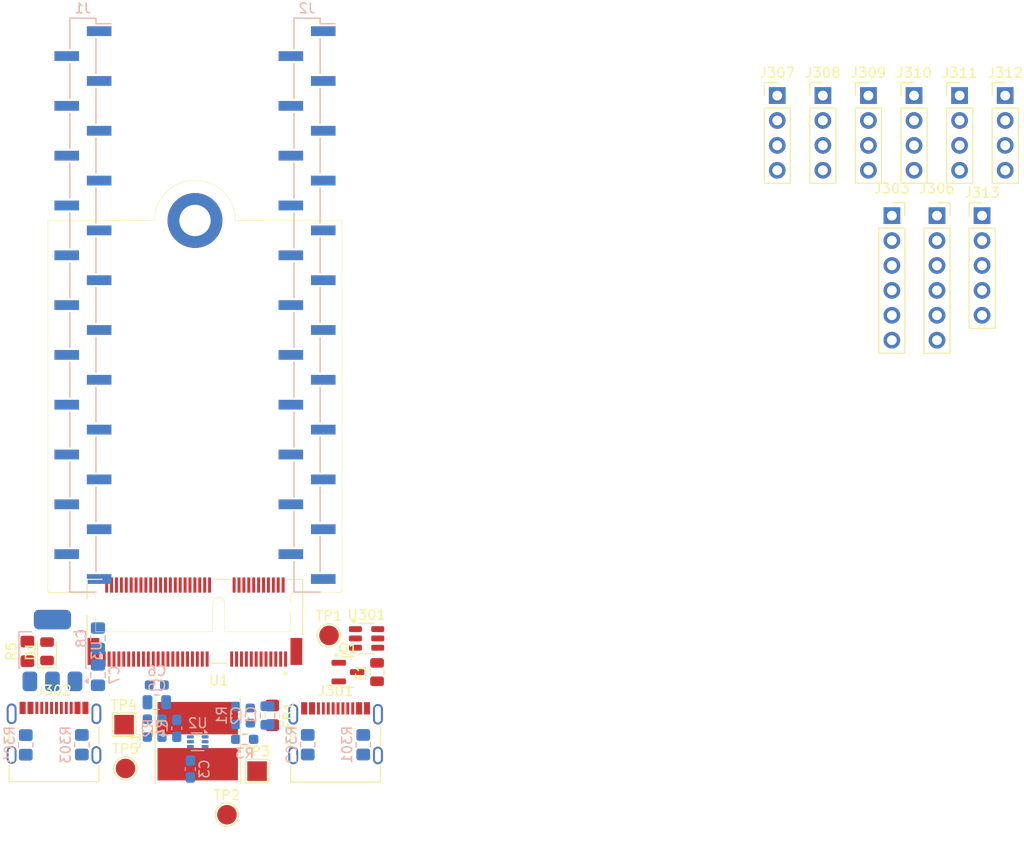
<source format=kicad_pcb>
(kicad_pcb (version 20240108) (generator "pcbnew") (generator_version "8.0")
  (layers (0 "F.Cu" signal) (1 "In1.Cu" signal) (2 "In2.Cu" signal) (31 "B.Cu" signal) (34 "B.Paste" user) (35 "F.Paste" user) (36 "B.SilkS" user "B.Silkscreen") (37 "F.SilkS" user "F.Silkscreen") (38 "B.Mask" user) (39 "F.Mask" user) (44 "Edge.Cuts" user))
  (net 0 "")
  (net 1 "VIN_PROTECTION")
  (net 2 "GND")
  (net 3 "Vcc_5V")
  (net 4 "Vcc_3V3")
  (net 5 "Net-(U2-SW)")
  (net 6 "Net-(U2-VBST)")
  (net 7 "VBUS")
  (net 8 "Net-(U2-VFB)")
  (net 9 "I2C_SDA_2_TCA")
  (net 10 "GPIO18_U1_RXD")
  (net 11 "GPIO33")
  (net 12 "I2C_SDA_ESP32")
  (net 13 "GPIO34")
  (net 14 "FT231_D+")
  (net 15 "GPIO47")
  (net 16 "I2S_BCLK")
  (net 17 "CAN_L")
  (net 18 "CAN_H")
  (net 19 "GPIO16")
  (net 20 "SPI_CLK_ESP32")
  (net 21 "PWM_1")
  (net 22 "DEBUG_D+")
  (net 23 "I2C_SDA_1_TCA")
  (net 24 "CHIP_EN")
  (net 25 "I2C_SDA_3_TCA")
  (net 26 "DEBUG_D-")
  (net 27 "GPIO45")
  (net 28 "RESET_OTHERS")
  (net 29 "I2C_SDA_0_TCA")
  (net 30 "SUSCLK")
  (net 31 "GPIO26")
  (net 32 "GPIO46")
  (net 33 "I2C_SCL_2_TCA")
  (net 34 "GPIO17_U1_TXD")
  (net 35 "I2C_SCL_3_TCA")
  (net 36 "GPIO48{slash}CAN_INT")
  (net 37 "FT231_D-")
  (net 38 "PWM_3")
  (net 39 "I2C_SCL_0_TCA")
  (net 40 "SPI_MISO_ESP32")
  (net 41 "PWM_4")
  (net 42 "I2S_DIN{slash}DOUT")
  (net 43 "SPI_MOSI_ESP32")
  (net 44 "GPIO38_ADDRESSABLE_LED")
  (net 45 "GPIO15")
  (net 46 "I2C_SCL_1_TCA")
  (net 47 "I2C_SCL_ESP32")
  (net 48 "PWM_2")
  (net 49 "I2S_WS")
  (net 50 "Net-(D1-A)")
  (net 51 "Net-(Q1-D)")
  (net 52 "Net-(Q1-S)")
  (net 53 "CS_2")
  (net 54 "+3.3V")
  (net 55 "CS_1")
  (net 56 "Net-(U2-EN)")
  (net 58 "Net-(J301-CC2)")
  (net 59 "Net-(J301-CC1)")
  (net 61 "Net-(J302-CC1)")
  (net 63 "Net-(J302-CC2)")
  (footprint "Connector_USB:USB_C_Receptacle_G-Switch_GT-USB-7010ASV" (layer "F.Cu") (at 82.73 133.025)
    (property "Reference" "J302" (at 0 -5.5 0) (layer "F.SilkS"))
    (property "Value" "USB_C_DEBUG")
    (pad "" np_thru_hole circle (at -2.89 -2.605) (size 0.65 0.65) (drill 0.65) (layers "*.Cu" "*.Mask"))
    (pad "" np_thru_hole circle (at 2.89 -2.605) (size 0.65 0.65) (drill 0.65) (layers "*.Cu" "*.Mask"))
    (pad "A1" smd rect (at -3.2 -3.725) (size 0.6 1.24) (layers "F.Cu" "F.Paste" "F.Mask") (net 2 "GND"))
    (pad "A4" smd rect (at -2.4 -3.725) (size 0.6 1.24) (layers "F.Cu" "F.Paste" "F.Mask") (net 7 "VBUS"))
    (pad "A5" smd rect (at -1.25 -3.725) (size 0.3 1.24) (layers "F.Cu" "F.Paste" "F.Mask") (net 61 "Net-(J302-CC1)"))
    (pad "A6" smd rect (at -0.25 -3.725) (size 0.3 1.24) (layers "F.Cu" "F.Paste" "F.Mask") (net 22 "DEBUG_D+"))
    (pad "A7" smd rect (at 0.25 -3.725) (size 0.3 1.24) (layers "F.Cu" "F.Paste" "F.Mask") (net 26 "DEBUG_D-"))
    (pad "A8" smd rect (at 1.25 -3.725) (size 0.3 1.24) (layers "F.Cu" "F.Paste" "F.Mask"))
    (pad "A9" smd rect (at 2.4 -3.725) (size 0.6 1.24) (layers "F.Cu" "F.Paste" "F.Mask") (net 7 "VBUS"))
    (pad "A12" smd rect (at 3.2 -3.725) (size 0.6 1.24) (layers "F.Cu" "F.Paste" "F.Mask") (net 2 "GND"))
    (pad "B1" smd rect (at 3.2 -3.725) (size 0.6 1.24) (layers "F.Cu" "F.Paste" "F.Mask") (net 2 "GND"))
    (pad "B4" smd rect (at 2.4 -3.725) (size 0.6 1.24) (layers "F.Cu" "F.Paste" "F.Mask") (net 7 "VBUS"))
    (pad "B5" smd rect (at 1.75 -3.725) (size 0.3 1.24) (layers "F.Cu" "F.Paste" "F.Mask") (net 63 "Net-(J302-CC2)"))
    (pad "B6" smd rect (at 0.75 -3.725) (size 0.3 1.24) (layers "F.Cu" "F.Paste" "F.Mask") (net 22 "DEBUG_D+"))
    (pad "B7" smd rect (at -0.75 -3.725) (size 0.3 1.24) (layers "F.Cu" "F.Paste" "F.Mask") (net 26 "DEBUG_D-"))
    (pad "B8" smd rect (at -1.75 -3.725) (size 0.3 1.24) (layers "F.Cu" "F.Paste" "F.Mask"))
    (pad "B9" smd rect (at -2.4 -3.725) (size 0.6 1.24) (layers "F.Cu" "F.Paste" "F.Mask") (net 7 "VBUS"))
    (pad "B12" smd rect (at -3.2 -3.725) (size 0.6 1.24) (layers "F.Cu" "F.Paste" "F.Mask") (net 2 "GND"))
    (pad "S1" thru_hole oval (at -4.32 -3.125) (size 1 2.1) (drill oval 0.6 1.7) (layers "*.Cu" "*.Mask") (net 2 "GND"))
    (pad "S1" thru_hole oval (at -4.32 1.075) (size 1 1.8) (drill oval 0.6 1.4) (layers "*.Cu" "*.Mask") (net 2 "GND"))
    (pad "S1" thru_hole oval (at 4.32 -3.125) (size 1 2.1) (drill oval 0.6 1.7) (layers "*.Cu" "*.Mask") (net 2 "GND"))
    (pad "S1" thru_hole oval (at 4.32 1.075) (size 1 1.8) (drill oval 0.6 1.4) (layers "*.Cu" "*.Mask") (net 2 "GND"))
  )
  (footprint "Inductor_SMD:L_TDK_VLP8040" (layer "F.Cu") (at 97.39 132.69 90)
    (property "Reference" "L1" (at 0 -6.35 90) (layer "F.SilkS"))
    (property "Value" "3,3µH 20mOhm")
    (pad "1" smd rect (at -2.35 0 90) (size 3.3 8.2) (layers "F.Cu" "F.Paste" "F.Mask") (net 5 "Net-(U2-SW)"))
    (pad "2" smd rect (at 2.35 0 90) (size 3.3 8.2) (layers "F.Cu" "F.Paste" "F.Mask") (net 3 "Vcc_5V"))
  )
  (footprint "Package_TO_SOT_SMD:SOT-23-6" (layer "F.Cu") (at 114.6125 122.21)
    (property "Reference" "U301" (at 0 -2.4 0) (layer "F.SilkS"))
    (property "Value" "SRV05-4")
    (pad "1" smd roundrect (at -1.1375 -0.95) (size 1.325 0.6) (layers "F.Cu" "F.Paste" "F.Mask") (net 37 "FT231_D-"))
    (pad "2" smd roundrect (at -1.1375 0) (size 1.325 0.6) (layers "F.Cu" "F.Paste" "F.Mask") (net 2 "GND"))
    (pad "3" smd roundrect (at -1.1375 0.95) (size 1.325 0.6) (layers "F.Cu" "F.Paste" "F.Mask") (net 14 "FT231_D+"))
    (pad "4" smd roundrect (at 1.1375 0.95) (size 1.325 0.6) (layers "F.Cu" "F.Paste" "F.Mask") (net 26 "DEBUG_D-"))
    (pad "5" smd roundrect (at 1.1375 0) (size 1.325 0.6) (layers "F.Cu" "F.Paste" "F.Mask") (net 7 "VBUS"))
    (pad "6" smd roundrect (at 1.1375 -0.95) (size 1.325 0.6) (layers "F.Cu" "F.Paste" "F.Mask") (net 22 "DEBUG_D+"))
  )
  (footprint "Connector_PinHeader_2.54mm:PinHeader_1x04_P2.54mm_Vertical" (layer "F.Cu") (at 165.8 66.84)
    (property "Reference" "J309" (at 0 -2.33 0) (layer "F.SilkS"))
    (property "Value" "I2C_1_0")
    (pad "1" thru_hole rect (at 0 0) (size 1.7 1.7) (drill 1) (layers "*.Cu" "*.Mask") (net 4 "Vcc_3V3"))
    (pad "2" thru_hole oval (at 0 2.54) (size 1.7 1.7) (drill 1) (layers "*.Cu" "*.Mask") (net 23 "I2C_SDA_1_TCA"))
    (pad "3" thru_hole oval (at 0 5.08) (size 1.7 1.7) (drill 1) (layers "*.Cu" "*.Mask") (net 46 "I2C_SCL_1_TCA"))
    (pad "4" thru_hole oval (at 0 7.62) (size 1.7 1.7) (drill 1) (layers "*.Cu" "*.Mask") (net 2 "GND"))
  )
  (footprint "MDT320E01001:AMPHENOL_MDT320E01001" (layer "F.Cu") (at 97.1 119.0375 180)
    (property "Reference" "U1" (at -2.45 -7.4525 360) (layer "F.SilkS"))
    (property "Value" "~")
    (pad "" np_thru_hole circle (at -10 0 180) (size 1.15 1.15) (drill 1.15) (layers "*.Cu" "*.Mask"))
    (pad "" np_thru_hole circle (at 10 0 180) (size 1.65 1.65) (drill 1.65) (layers "*.Cu" "*.Mask"))
    (pad "1" smd rect (at -9.25 -5.275 180) (size 0.3 1.55) (layers "F.Cu" "F.Paste" "F.Mask") (net 2 "GND"))
    (pad "2" smd rect (at -9 2.275 180) (size 0.3 1.55) (layers "F.Cu" "F.Paste" "F.Mask") (net 4 "Vcc_3V3"))
    (pad "3" smd rect (at -8.75 -5.275 180) (size 0.3 1.55) (layers "F.Cu" "F.Paste" "F.Mask") (net 14 "FT231_D+"))
    (pad "4" smd rect (at -8.5 2.275 180) (size 0.3 1.55) (layers "F.Cu" "F.Paste" "F.Mask") (net 4 "Vcc_3V3"))
    (pad "5" smd rect (at -8.25 -5.275 180) (size 0.3 1.55) (layers "F.Cu" "F.Paste" "F.Mask") (net 37 "FT231_D-"))
    (pad "6" smd rect (at -8 2.275 180) (size 0.3 1.55) (layers "F.Cu" "F.Paste" "F.Mask") (net 44 "GPIO38_ADDRESSABLE_LED"))
    (pad "7" smd rect (at -7.75 -5.275 180) (size 0.3 1.55) (layers "F.Cu" "F.Paste" "F.Mask") (net 2 "GND"))
    (pad "8" smd rect (at -7.5 2.275 180) (size 0.3 1.55) (layers "F.Cu" "F.Paste" "F.Mask") (net 16 "I2S_BCLK"))
    (pad "9" smd rect (at -7.25 -5.275 180) (size 0.3 1.55) (layers "F.Cu" "F.Paste" "F.Mask") (net 29 "I2C_SDA_0_TCA"))
    (pad "10" smd rect (at -7 2.275 180) (size 0.3 1.55) (layers "F.Cu" "F.Paste" "F.Mask") (net 49 "I2S_WS"))
    (pad "11" smd rect (at -6.75 -5.275 180) (size 0.3 1.55) (layers "F.Cu" "F.Paste" "F.Mask") (net 39 "I2C_SCL_0_TCA"))
    (pad "12" smd rect (at -6.5 2.275 180) (size 0.3 1.55) (layers "F.Cu" "F.Paste" "F.Mask") (net 42 "I2S_DIN{slash}DOUT"))
    (pad "13" smd rect (at -6.25 -5.275 180) (size 0.3 1.55) (layers "F.Cu" "F.Paste" "F.Mask") (net 23 "I2C_SDA_1_TCA"))
    (pad "14" smd rect (at -6 2.275 180) (size 0.3 1.55) (layers "F.Cu" "F.Paste" "F.Mask") (net 9 "I2C_SDA_2_TCA"))
    (pad "15" smd rect (at -5.75 -5.275 180) (size 0.3 1.55) (layers "F.Cu" "F.Paste" "F.Mask") (net 46 "I2C_SCL_1_TCA"))
    (pad "16" smd rect (at -5.5 2.275 180) (size 0.3 1.55) (layers "F.Cu" "F.Paste" "F.Mask") (net 33 "I2C_SCL_2_TCA"))
    (pad "17" smd rect (at -5.25 -5.275 180) (size 0.3 1.55) (layers "F.Cu" "F.Paste" "F.Mask") (net 25 "I2C_SDA_3_TCA"))
    (pad "18" smd rect (at -5 2.275 180) (size 0.3 1.55) (layers "F.Cu" "F.Paste" "F.Mask") (net 2 "GND"))
    (pad "19" smd rect (at -4.75 -5.275 180) (size 0.3 1.55) (layers "F.Cu" "F.Paste" "F.Mask") (net 35 "I2C_SCL_3_TCA"))
    (pad "20" smd rect (at -4.5 2.275 180) (size 0.3 1.55) (layers "F.Cu" "F.Paste" "F.Mask") (net 55 "CS_1"))
    (pad "21" smd rect (at -4.25 -5.275 180) (size 0.3 1.55) (layers "F.Cu" "F.Paste" "F.Mask") (net 53 "CS_2"))
    (pad "22" smd rect (at -4 2.275 180) (size 0.3 1.55) (layers "F.Cu" "F.Paste" "F.Mask") (net 34 "GPIO17_U1_TXD"))
    (pad "23" smd rect (at -3.75 -5.275 180) (size 0.3 1.55) (layers "F.Cu" "F.Paste" "F.Mask") (net 20 "SPI_CLK_ESP32"))
    (pad "32" smd rect (at -1.5 2.275 180) (size 0.3 1.55) (layers "F.Cu" "F.Paste" "F.Mask") (net 10 "GPIO18_U1_RXD"))
    (pad "33" smd rect (at -1.25 -5.275 180) (size 0.3 1.55) (layers "F.Cu" "F.Paste" "F.Mask") (net 2 "GND"))
    (pad "34" smd rect (at -1 2.275 180) (size 0.3 1.55) (layers "F.Cu" "F.Paste" "F.Mask") (net 15 "GPIO47"))
    (pad "35" smd rect (at -0.75 -5.275 180) (size 0.3 1.55) (layers "F.Cu" "F.Paste" "F.Mask") (net 43 "SPI_MOSI_ESP32"))
    (pad "36" smd rect (at -0.5 2.275 180) (size 0.3 1.55) (layers "F.Cu" "F.Paste" "F.Mask") (net 36 "GPIO48{slash}CAN_INT"))
    (pad "37" smd rect (at -0.25 -5.275 180) (size 0.3 1.55) (layers "F.Cu" "F.Paste" "F.Mask") (net 40 "SPI_MISO_ESP32"))
    (pad "38" smd rect (at 0 2.275 180) (size 0.3 1.55) (layers "F.Cu" "F.Paste" "F.Mask") (net 2 "GND"))
    (pad "39" smd rect (at 0.25 -5.275 180) (size 0.3 1.55) (layers "F.Cu" "F.Paste" "F.Mask") (net 2 "GND"))
    (pad "40" smd rect (at 0.5 2.275 180) (size 0.3 1.55) (layers "F.Cu" "F.Paste" "F.Mask") (net 45 "GPIO15"))
    (pad "41" smd rect (at 0.75 -5.275 180) (size 0.3 1.55) (layers "F.Cu" "F.Paste" "F.Mask") (net 19 "GPIO16"))
    (pad "42" smd rect (at 1 2.275 180) (size 0.3 1.55) (layers "F.Cu" "F.Paste" "F.Mask") (net 31 "GPIO26"))
    (pad "43" smd rect (at 1.25 -5.275 180) (size 0.3 1.55) (layers "F.Cu" "F.Paste" "F.Mask") (net 11 "GPIO33"))
    (pad "44" smd rect (at 1.5 2.275 180) (size 0.3 1.55) (layers "F.Cu" "F.Paste" "F.Mask") (net 13 "GPIO34"))
    (pad "45" smd rect (at 1.75 -5.275 180) (size 0.3 1.55) (layers "F.Cu" "F.Paste" "F.Mask") (net 2 "GND"))
    (pad "46" smd rect (at 2 2.275 180) (size 0.3 1.55) (layers "F.Cu" "F.Paste" "F.Mask") (net 26 "DEBUG_D-"))
    (pad "47" smd rect (at 2.25 -5.275 180) (size 0.3 1.55) (layers "F.Cu" "F.Paste" "F.Mask"))
    (pad "48" smd rect (at 2.5 2.275 180) (size 0.3 1.55) (layers "F.Cu" "F.Paste" "F.Mask") (net 22 "DEBUG_D+"))
    (pad "49" smd rect (at 2.75 -5.275 180) (size 0.3 1.55) (layers "F.Cu" "F.Paste" "F.Mask"))
    (pad "50" smd rect (at 3 2.275 180) (size 0.3 1.55) (layers "F.Cu" "F.Paste" "F.Mask") (net 3 "Vcc_5V"))
    (pad "51" smd rect (at 3.25 -5.275 180) (size 0.3 1.55) (layers "F.Cu" "F.Paste" "F.Mask") (net 2 "GND"))
    (pad "52" smd rect (at 3.5 2.275 180) (size 0.3 1.55) (layers "F.Cu" "F.Paste" "F.Mask") (net 27 "GPIO45"))
    (pad "53" smd rect (at 3.75 -5.275 180) (size 0.3 1.55) (layers "F.Cu" "F.Paste" "F.Mask") (net 32 "GPIO46"))
    (pad "54" smd rect (at 4 2.275 180) (size 0.3 1.55) (layers "F.Cu" "F.Paste" "F.Mask") (net 28 "RESET_OTHERS"))
    (pad "55" smd rect (at 4.25 -5.275 180) (size 0.3 1.55) (layers "F.Cu" "F.Paste" "F.Mask") (net 2 "GND"))
    (pad "56" smd rect (at 4.5 2.275 180) (size 0.3 1.55) (layers "F.Cu" "F.Paste" "F.Mask") (net 24 "CHIP_EN"))
    (pad "57" smd rect (at 4.75 -5.275 180) (size 0.3 1.55) (layers "F.Cu" "F.Paste" "F.Mask") (net 2 "GND"))
    (pad "58" smd rect (at 5 2.275 180) (size 0.3 1.55) (layers "F.Cu" "F.Paste" "F.Mask") (net 12 "I2C_SDA_ESP32"))
    (pad "59" smd rect (at 5.25 -5.275 180) (size 0.3 1.55) (layers "F.Cu" "F.Paste" "F.Mask"))
    (pad "60" smd rect (at 5.5 2.275 180) (size 0.3 1.55) (layers "F.Cu" "F.Paste" "F.Mask") (net 47 "I2C_SCL_ESP32"))
    (pad "61" smd rect (at 5.75 -5.275 180) (size 0.3 1.55) (layers "F.Cu" "F.Paste" "F.Mask"))
    (pad "62" smd rect (at 6 2.275 180) (size 0.3 1.55) (layers "F.Cu" "F.Paste" "F.Mask") (net 2 "GND"))
    (pad "63" smd rect (at 6.25 -5.275 180) (size 0.3 1.55) (layers "F.Cu" "F.Paste" "F.Mask") (net 2 "GND"))
    (pad "64" smd rect (at 6.5 2.275 180) (size 0.3 1.55) (layers "F.Cu" "F.Paste" "F.Mask") (net 21 "PWM_1"))
    (pad "65" smd rect (at 6.75 -5.275 180) (size 0.3 1.55) (layers "F.Cu" "F.Paste" "F.Mask"))
    (pad "66" smd rect (at 7 2.275 180) (size 0.3 1.55) (layers "F.Cu" "F.Paste" "F.Mask") (net 48 "PWM_2"))
    (pad "67" smd rect (at 7.25 -5.275 180) (size 0.3 1.55) (layers "F.Cu" "F.Paste" "F.Mask"))
    (pad "68" smd rect (at 7.5 2.275 180) (size 0.3 1.55) (layers "F.Cu" "F.Paste" "F.Mask") (net 38 "PWM_3"))
    (pad "69" smd rect (at 7.75 -5.275 180) (size 0.3 1.55) (layers "F.Cu" "F.Paste" "F.Mask") (net 2 "GND"))
    (pad "70" smd rect (at 8 2.275 180) (size 0.3 1.55) (layers "F.Cu" "F.Paste" "F.Mask") (net 41 "PWM_4"))
    (pad "71" smd rect (at 8.25 -5.275 180) (size 0.3 1.55) (layers "F.Cu" "F.Paste" "F.Mask") (net 18 "CAN_H"))
    (pad "72" smd rect (at 8.5 2.275 180) (size 0.3 1.55) (layers "F.Cu" "F.Paste" "F.Mask") (net 4 "Vcc_3V3"))
    (pad "73" smd rect (at 8.75 -5.275 180) (size 0.3 1.55) (layers "F.Cu" "F.Paste" "F.Mask") (net 17 "CAN_L"))
    (pad "74" smd rect (at 9 2.275 180) (size 0.3 1.55) (layers "F.Cu" "F.Paste" "F.Mask") (net 4 "Vcc_3V3"))
    (pad "75" smd rect (at 9.25 -5.275 180) (size 0.3 1.55) (layers "F.Cu" "F.Paste" "F.Mask") (net 2 "GND"))
    (pad "S1" smd rect (at -10.35 -4.5 180) (size 1.2 2.75) (layers "F.Cu" "F.Paste" "F.Mask"))
    (pad "S2" smd rect (at 10.35 -4.5 180) (size 1.2 2.75) (layers "F.Cu" "F.Paste" "F.Mask"))
  )
  (footprint "Package_TO_SOT_SMD:SOT-23" (layer "F.Cu") (at 112.7125 125.6425)
    (property "Reference" "Q1" (at 0 -2.4 360) (layer "F.SilkS"))
    (property "Value" "AO3401A")
    (pad "1" smd roundrect (at -0.9375 -0.95) (size 1.475 0.6) (layers "F.Cu" "F.Paste" "F.Mask") (net 2 "GND"))
    (pad "2" smd roundrect (at -0.9375 0.95) (size 1.475 0.6) (layers "F.Cu" "F.Paste" "F.Mask") (net 52 "Net-(Q1-S)"))
    (pad "3" smd roundrect (at 0.9375 0) (size 1.475 0.6) (layers "F.Cu" "F.Paste" "F.Mask") (net 51 "Net-(Q1-D)"))
  )
  (footprint "Connector_PinHeader_2.54mm:PinHeader_1x04_P2.54mm_Vertical" (layer "F.Cu") (at 156.5 66.84)
    (property "Reference" "J307" (at 0 -2.33 0) (layer "F.SilkS"))
    (property "Value" "I2C_0_0")
    (pad "1" thru_hole rect (at 0 0) (size 1.7 1.7) (drill 1) (layers "*.Cu" "*.Mask") (net 4 "Vcc_3V3"))
    (pad "2" thru_hole oval (at 0 2.54) (size 1.7 1.7) (drill 1) (layers "*.Cu" "*.Mask") (net 29 "I2C_SDA_0_TCA"))
    (pad "3" thru_hole oval (at 0 5.08) (size 1.7 1.7) (drill 1) (layers "*.Cu" "*.Mask") (net 39 "I2C_SCL_0_TCA"))
    (pad "4" thru_hole oval (at 0 7.62) (size 1.7 1.7) (drill 1) (layers "*.Cu" "*.Mask") (net 2 "GND"))
  )
  (footprint "Resistor_SMD:R_0805_2012Metric_Pad1.20x1.40mm_HandSolder" (layer "F.Cu") (at 80.01 123.53 90)
    (property "Reference" "R5" (at 0 -1.65 90) (layer "F.SilkS"))
    (property "Value" "330")
    (pad "1" smd roundrect (at -1 0 90) (size 1.2 1.4) (layers "F.Cu" "F.Paste" "F.Mask") (roundrect_rratio 0.208333) (net 4 "Vcc_3V3"))
    (pad "2" smd roundrect (at 1 0 90) (size 1.2 1.4) (layers "F.Cu" "F.Paste" "F.Mask") (roundrect_rratio 0.208333) (net 50 "Net-(D1-A)"))
  )
  (footprint "Diode_SMD:D_0805_2012Metric" (layer "F.Cu") (at 82.02 123.52 90)
    (property "Reference" "D1" (at 0 -1.65 90) (layer "F.SilkS"))
    (property "Value" "Green_power")
    (pad "1" smd roundrect (at -0.9375 0 90) (size 0.975 1.4) (layers "F.Cu" "F.Paste" "F.Mask") (net 2 "GND"))
    (pad "2" smd roundrect (at 0.9375 0 90) (size 0.975 1.4) (layers "F.Cu" "F.Paste" "F.Mask") (net 50 "Net-(D1-A)"))
  )
  (footprint "Connector_PinHeader_2.54mm:PinHeader_1x04_P2.54mm_Vertical" (layer "F.Cu") (at 175.1 66.84)
    (property "Reference" "J311" (at 0 -2.33 0) (layer "F.SilkS"))
    (property "Value" "CAN_BUS")
    (pad "1" thru_hole rect (at 0 0) (size 1.7 1.7) (drill 1) (layers "*.Cu" "*.Mask") (net 4 "Vcc_3V3"))
    (pad "2" thru_hole oval (at 0 2.54) (size 1.7 1.7) (drill 1) (layers "*.Cu" "*.Mask") (net 17 "CAN_L"))
    (pad "3" thru_hole oval (at 0 5.08) (size 1.7 1.7) (drill 1) (layers "*.Cu" "*.Mask") (net 18 "CAN_H"))
    (pad "4" thru_hole oval (at 0 7.62) (size 1.7 1.7) (drill 1) (layers "*.Cu" "*.Mask") (net 2 "GND"))
  )
  (footprint "MountingHole:MountingHole_3.2mm_M3_DIN965_Pad" (layer "F.Cu") (at 97.11 79.58)
    (property "Reference" "REF**" (hide yes))
    (property "Value" "MountingHole_3.2mm_M3_DIN965_Pad")
    (pad "1" thru_hole circle (at 0 0) (size 5.6 5.6) (drill 3.2) (layers "*.Cu" "*.Mask"))
  )
  (footprint "Connector_PinSocket_2.54mm:PinSocket_1x06_P2.54mm_Vertical" (layer "F.Cu") (at 172.79 79.09)
    (property "Reference" "J306" (at 0 -2.77 0) (layer "F.SilkS"))
    (property "Value" "Conn_SPI")
    (pad "1" thru_hole rect (at 0 0) (size 1.7 1.7) (drill 1) (layers "*.Cu" "*.Mask") (net 54 "+3.3V"))
    (pad "2" thru_hole oval (at 0 2.54) (size 1.7 1.7) (drill 1) (layers "*.Cu" "*.Mask") (net 53 "CS_2"))
    (pad "3" thru_hole oval (at 0 5.08) (size 1.7 1.7) (drill 1) (layers "*.Cu" "*.Mask") (net 43 "SPI_MOSI_ESP32"))
    (pad "4" thru_hole oval (at 0 7.62) (size 1.7 1.7) (drill 1) (layers "*.Cu" "*.Mask") (net 20 "SPI_CLK_ESP32"))
    (pad "5" thru_hole oval (at 0 10.16) (size 1.7 1.7) (drill 1) (layers "*.Cu" "*.Mask") (net 40 "SPI_MISO_ESP32"))
    (pad "6" thru_hole oval (at 0 12.7) (size 1.7 1.7) (drill 1) (layers "*.Cu" "*.Mask") (net 2 "GND"))
  )
  (footprint "TestPoint:TestPoint_Pad_2.0x2.0mm" (layer "F.Cu") (at 89.88 131)
    (property "Reference" "TP4" (at 0 -1.998 0) (layer "F.SilkS"))
    (property "Value" "TP_GND")
    (pad "1" smd rect (at 0 0) (size 2 2) (layers "F.Cu" "F.Mask") (net 2 "GND"))
  )
  (footprint "Connector_USB:USB_C_Receptacle_G-Switch_GT-USB-7010ASV" (layer "F.Cu") (at 111.45 133.07)
    (property "Reference" "J301" (at 0 -5.5 0) (layer "F.SilkS"))
    (property "Value" "USB_C_UART")
    (pad "" np_thru_hole circle (at -2.89 -2.605) (size 0.65 0.65) (drill 0.65) (layers "*.Cu" "*.Mask"))
    (pad "" np_thru_hole circle (at 2.89 -2.605) (size 0.65 0.65) (drill 0.65) (layers "*.Cu" "*.Mask"))
    (pad "A1" smd rect (at -3.2 -3.725) (size 0.6 1.24) (layers "F.Cu" "F.Paste" "F.Mask") (net 2 "GND"))
    (pad "A4" smd rect (at -2.4 -3.725) (size 0.6 1.24) (layers "F.Cu" "F.Paste" "F.Mask") (net 7 "VBUS"))
    (pad "A5" smd rect (at -1.25 -3.725) (size 0.3 1.24) (layers "F.Cu" "F.Paste" "F.Mask") (net 59 "Net-(J301-CC1)"))
    (pad "A6" smd rect (at -0.25 -3.725) (size 0.3 1.24) (layers "F.Cu" "F.Paste" "F.Mask") (net 14 "FT231_D+"))
    (pad "A7" smd rect (at 0.25 -3.725) (size 0.3 1.24) (layers "F.Cu" "F.Paste" "F.Mask") (net 37 "FT231_D-"))
    (pad "A8" smd rect (at 1.25 -3.725) (size 0.3 1.24) (layers "F.Cu" "F.Paste" "F.Mask"))
    (pad "A9" smd rect (at 2.4 -3.725) (size 0.6 1.24) (layers "F.Cu" "F.Paste" "F.Mask") (net 7 "VBUS"))
    (pad "A12" smd rect (at 3.2 -3.725) (size 0.6 1.24) (layers "F.Cu" "F.Paste" "F.Mask") (net 2 "GND"))
    (pad "B1" smd rect (at 3.2 -3.725) (size 0.6 1.24) (layers "F.Cu" "F.Paste" "F.Mask") (net 2 "GND"))
    (pad "B4" smd rect (at 2.4 -3.725) (size 0.6 1.24) (layers "F.Cu" "F.Paste" "F.Mask") (net 7 "VBUS"))
    (pad "B5" smd rect (at 1.75 -3.725) (size 0.3 1.24) (layers "F.Cu" "F.Paste" "F.Mask") (net 58 "Net-(J301-CC2)"))
    (pad "B6" smd rect (at 0.75 -3.725) (size 0.3 1.24) (layers "F.Cu" "F.Paste" "F.Mask") (net 14 "FT231_D+"))
    (pad "B7" smd rect (at -0.75 -3.725) (size 0.3 1.24) (layers "F.Cu" "F.Paste" "F.Mask") (net 37 "FT231_D-"))
    (pad "B8" smd rect (at -1.75 -3.725) (size 0.3 1.24) (layers "F.Cu" "F.Paste" "F.Mask"))
    (pad "B9" smd rect (at -2.4 -3.725) (size 0.6 1.24) (layers "F.Cu" "F.Paste" "F.Mask") (net 7 "VBUS"))
    (pad "B12" smd rect (at -3.2 -3.725) (size 0.6 1.24) (layers "F.Cu" "F.Paste" "F.Mask") (net 2 "GND"))
    (pad "S1" thru_hole oval (at -4.32 -3.125) (size 1 2.1) (drill oval 0.6 1.7) (layers "*.Cu" "*.Mask") (net 2 "GND"))
    (pad "S1" thru_hole oval (at -4.32 1.075) (size 1 1.8) (drill oval 0.6 1.4) (layers "*.Cu" "*.Mask") (net 2 "GND"))
    (pad "S1" thru_hole oval (at 4.32 -3.125) (size 1 2.1) (drill oval 0.6 1.7) (layers "*.Cu" "*.Mask") (net 2 "GND"))
    (pad "S1" thru_hole oval (at 4.32 1.075) (size 1 1.8) (drill oval 0.6 1.4) (layers "*.Cu" "*.Mask") (net 2 "GND"))
  )
  (footprint "Connector_PinHeader_2.54mm:PinHeader_1x04_P2.54mm_Vertical" (layer "F.Cu") (at 179.75 66.84)
    (property "Reference" "J312" (at 0 -2.33 0) (layer "F.SilkS"))
    (property "Value" "UART")
    (pad "1" thru_hole rect (at 0 0) (size 1.7 1.7) (drill 1) (layers "*.Cu" "*.Mask") (net 4 "Vcc_3V3"))
    (pad "2" thru_hole oval (at 0 2.54) (size 1.7 1.7) (drill 1) (layers "*.Cu" "*.Mask") (net 10 "GPIO18_U1_RXD"))
    (pad "3" thru_hole oval (at 0 5.08) (size 1.7 1.7) (drill 1) (layers "*.Cu" "*.Mask") (net 34 "GPIO17_U1_TXD"))
    (pad "4" thru_hole oval (at 0 7.62) (size 1.7 1.7) (drill 1) (layers "*.Cu" "*.Mask") (net 2 "GND"))
  )
  (footprint "Connector_PinSocket_2.54mm:PinSocket_1x06_P2.54mm_Vertical" (layer "F.Cu") (at 168.19 79.09)
    (property "Reference" "J303" (at 0 -2.77 0) (layer "F.SilkS"))
    (property "Value" "Conn_Module_SD")
    (pad "1" thru_hole rect (at 0 0) (size 1.7 1.7) (drill 1) (layers "*.Cu" "*.Mask") (net 54 "+3.3V"))
    (pad "2" thru_hole oval (at 0 2.54) (size 1.7 1.7) (drill 1) (layers "*.Cu" "*.Mask") (net 55 "CS_1"))
    (pad "3" thru_hole oval (at 0 5.08) (size 1.7 1.7) (drill 1) (layers "*.Cu" "*.Mask") (net 43 "SPI_MOSI_ESP32"))
    (pad "4" thru_hole oval (at 0 7.62) (size 1.7 1.7) (drill 1) (layers "*.Cu" "*.Mask") (net 20 "SPI_CLK_ESP32"))
    (pad "5" thru_hole oval (at 0 10.16) (size 1.7 1.7) (drill 1) (layers "*.Cu" "*.Mask") (net 40 "SPI_MISO_ESP32"))
    (pad "6" thru_hole oval (at 0 12.7) (size 1.7 1.7) (drill 1) (layers "*.Cu" "*.Mask") (net 2 "GND"))
  )
  (footprint "TestPoint:TestPoint_Pad_D2.0mm" (layer "F.Cu") (at 90.02 135.47)
    (property "Reference" "TP5" (at 0 -1.998 0) (layer "F.SilkS"))
    (property "Value" "TP_3v3")
    (pad "1" smd circle (at 0 0) (size 2 2) (layers "F.Cu" "F.Mask") (net 4 "Vcc_3V3"))
  )
  (footprint "TestPoint:TestPoint_Pad_2.0x2.0mm" (layer "F.Cu") (at 103.44 135.74)
    (property "Reference" "TP3" (at 0 -1.998 0) (layer "F.SilkS"))
    (property "Value" "TP_GND_IN")
    (pad "1" smd rect (at 0 0) (size 2 2) (layers "F.Cu" "F.Mask") (net 2 "GND"))
  )
  (footprint "Resistor_SMD:R_0805_2012Metric_Pad1.20x1.40mm_HandSolder" (layer "F.Cu") (at 104.99 130.05 -90)
    (property "Reference" "FB1" (at 0 -1.65 90) (layer "F.SilkS"))
    (property "Value" "600 @ 100MHz")
    (pad "1" smd roundrect (at -1 0 270) (size 1.2 1.4) (layers "F.Cu" "F.Paste" "F.Mask") (roundrect_rratio 0.208333) (net 52 "Net-(Q1-S)"))
    (pad "2" smd roundrect (at 1 0 270) (size 1.2 1.4) (layers "F.Cu" "F.Paste" "F.Mask") (roundrect_rratio 0.208333) (net 1 "VIN_PROTECTION"))
  )
  (footprint "Connector_PinHeader_2.54mm:PinHeader_1x04_P2.54mm_Vertical" (layer "F.Cu") (at 161.15 66.84)
    (property "Reference" "J308" (at 0 -2.33 0) (layer "F.SilkS"))
    (property "Value" "I2C_0_1")
    (pad "1" thru_hole rect (at 0 0) (size 1.7 1.7) (drill 1) (layers "*.Cu" "*.Mask") (net 4 "Vcc_3V3"))
    (pad "2" thru_hole oval (at 0 2.54) (size 1.7 1.7) (drill 1) (layers "*.Cu" "*.Mask") (net 29 "I2C_SDA_0_TCA"))
    (pad "3" thru_hole oval (at 0 5.08) (size 1.7 1.7) (drill 1) (layers "*.Cu" "*.Mask") (net 39 "I2C_SCL_0_TCA"))
    (pad "4" thru_hole oval (at 0 7.62) (size 1.7 1.7) (drill 1) (layers "*.Cu" "*.Mask") (net 2 "GND"))
  )
  (footprint "TestPoint:TestPoint_Pad_D2.0mm" (layer "F.Cu") (at 110.78 121.9)
    (property "Reference" "TP1" (at 0 -1.998 0) (layer "F.SilkS"))
    (property "Value" "TP_VIN")
    (pad "1" smd circle (at 0 0) (size 2 2) (layers "F.Cu" "F.Mask") (net 1 "VIN_PROTECTION"))
  )
  (footprint "Connector_PinHeader_2.54mm:PinHeader_1x04_P2.54mm_Vertical" (layer "F.Cu") (at 170.45 66.84)
    (property "Reference" "J310" (at 0 -2.33 0) (layer "F.SilkS"))
    (property "Value" "I2C_1_1")
    (pad "1" thru_hole rect (at 0 0) (size 1.7 1.7) (drill 1) (layers "*.Cu" "*.Mask") (net 4 "Vcc_3V3"))
    (pad "2" thru_hole oval (at 0 2.54) (size 1.7 1.7) (drill 1) (layers "*.Cu" "*.Mask") (net 23 "I2C_SDA_1_TCA"))
    (pad "3" thru_hole oval (at 0 5.08) (size 1.7 1.7) (drill 1) (layers "*.Cu" "*.Mask") (net 46 "I2C_SCL_1_TCA"))
    (pad "4" thru_hole oval (at 0 7.62) (size 1.7 1.7) (drill 1) (layers "*.Cu" "*.Mask") (net 2 "GND"))
  )
  (footprint "Connector_PinHeader_2.54mm:PinHeader_1x05_P2.54mm_Vertical" (layer "F.Cu") (at 177.39 79.09)
    (property "Reference" "J313" (at 0 -2.33 0) (layer "F.SilkS"))
    (property "Value" "I2S")
    (pad "1" thru_hole rect (at 0 0) (size 1.7 1.7) (drill 1) (layers "*.Cu" "*.Mask") (net 4 "Vcc_3V3"))
    (pad "2" thru_hole oval (at 0 2.54) (size 1.7 1.7) (drill 1) (layers "*.Cu" "*.Mask") (net 42 "I2S_DIN{slash}DOUT"))
    (pad "3" thru_hole oval (at 0 5.08) (size 1.7 1.7) (drill 1) (layers "*.Cu" "*.Mask") (net 49 "I2S_WS"))
    (pad "4" thru_hole oval (at 0 7.62) (size 1.7 1.7) (drill 1) (layers "*.Cu" "*.Mask") (net 16 "I2S_BCLK"))
    (pad "5" thru_hole oval (at 0 10.16) (size 1.7 1.7) (drill 1) (layers "*.Cu" "*.Mask") (net 2 "GND"))
  )
  (footprint "TestPoint:TestPoint_Pad_D2.0mm" (layer "F.Cu") (at 100.37 140.19)
    (property "Reference" "TP2" (at 0 -1.998 0) (layer "F.SilkS"))
    (property "Value" "TP_5V")
    (pad "1" smd circle (at 0 0) (size 2 2) (layers "F.Cu" "F.Mask") (net 3 "Vcc_5V"))
  )
  (footprint "Fuse:Fuse_0805_2012Metric" (layer "F.Cu") (at 115.68 125.64 90)
    (property "Reference" "F1" (at 0 -1.65 90) (layer "F.SilkS"))
    (property "Value" "SMD0805B110TF")
    (pad "1" smd roundrect (at -0.9375 0 90) (size 0.975 1.4) (layers "F.Cu" "F.Paste" "F.Mask") (net 7 "VBUS"))
    (pad "2" smd roundrect (at 0.9375 0 90) (size 0.975 1.4) (layers "F.Cu" "F.Paste" "F.Mask") (net 51 "Net-(Q1-D)"))
  )
  (footprint "Capacitor_SMD:C_0805_2012Metric" (layer "B.Cu") (at 93.215 128.72 180)
    (property "Reference" "C5" (at 0 1.68 0) (layer "B.SilkS") (effects (justify mirror)))
    (property "Value" "22µF")
    (pad "1" smd roundrect (at -0.95 0 180) (size 1 1.45) (layers "B.Cu" "B.Paste" "B.Mask") (net 3 "Vcc_5V"))
    (pad "2" smd roundrect (at 0.95 0 180) (size 1 1.45) (layers "B.Cu" "B.Paste" "B.Mask") (net 2 "GND"))
  )
  (footprint "Capacitor_SMD:C_0805_2012Metric" (layer "B.Cu") (at 104.51 130.07 -90)
    (property "Reference" "C1" (at 0 1.68 90) (layer "B.SilkS") (effects (justify mirror)))
    (property "Value" "10µF")
    (pad "1" smd roundrect (at -0.95 0 270) (size 1 1.45) (layers "B.Cu" "B.Paste" "B.Mask") (net 1 "VIN_PROTECTION"))
    (pad "2" smd roundrect (at 0.95 0 270) (size 1 1.45) (layers "B.Cu" "B.Paste" "B.Mask") (net 2 "GND"))
  )
  (footprint "Connector_PinHeader_2.54mm:PinHeader_1x23_P2.54mm_Vertical_SMD_Pin1Left" (layer "B.Cu") (at 108.54 88.21 180)
    (property "Reference" "J2" (at 0 30.27 0) (layer "B.SilkS") (effects (justify mirror)))
    (property "Value" "Droite")
    (pad "1" smd rect (at -1.655 27.94 180) (size 2.51 1) (layers "B.Cu" "B.Paste" "B.Mask") (net 2 "GND"))
    (pad "2" smd rect (at 1.655 25.4 180) (size 2.51 1) (layers "B.Cu" "B.Paste" "B.Mask") (net 24 "CHIP_EN"))
    (pad "3" smd rect (at -1.655 22.86 180) (size 2.51 1) (layers "B.Cu" "B.Paste" "B.Mask") (net 21 "PWM_1"))
    (pad "4" smd rect (at 1.655 20.32 180) (size 2.51 1) (layers "B.Cu" "B.Paste" "B.Mask") (net 48 "PWM_2"))
    (pad "5" smd rect (at -1.655 17.78 180) (size 2.51 1) (layers "B.Cu" "B.Paste" "B.Mask") (net 27 "GPIO45"))
    (pad "6" smd rect (at 1.655 15.24 180) (size 2.51 1) (layers "B.Cu" "B.Paste" "B.Mask") (net 32 "GPIO46"))
    (pad "7" smd rect (at -1.655 12.7 180) (size 2.51 1) (layers "B.Cu" "B.Paste" "B.Mask") (net 44 "GPIO38_ADDRESSABLE_LED"))
    (pad "8" smd rect (at 1.655 10.16 180) (size 2.51 1) (layers "B.Cu" "B.Paste" "B.Mask") (net 15 "GPIO47"))
    (pad "9" smd rect (at -1.655 7.62 180) (size 2.51 1) (layers "B.Cu" "B.Paste" "B.Mask") (net 36 "GPIO48{slash}CAN_INT"))
    (pad "10" smd rect (at 1.655 5.08 180) (size 2.51 1) (layers "B.Cu" "B.Paste" "B.Mask") (net 16 "I2S_BCLK"))
    (pad "11" smd rect (at -1.655 2.54 180) (size 2.51 1) (layers "B.Cu" "B.Paste" "B.Mask") (net 4 "Vcc_3V3"))
    (pad "12" smd rect (at 1.655 0 180) (size 2.51 1) (layers "B.Cu" "B.Paste" "B.Mask") (net 3 "Vcc_5V"))
    (pad "13" smd rect (at -1.655 -2.54 180) (size 2.51 1) (layers "B.Cu" "B.Paste" "B.Mask") (net 9 "I2C_SDA_2_TCA"))
    (pad "14" smd rect (at 1.655 -5.08 180) (size 2.51 1) (layers "B.Cu" "B.Paste" "B.Mask") (net 33 "I2C_SCL_2_TCA"))
    (pad "15" smd rect (at -1.655 -7.62 180) (size 2.51 1) (layers "B.Cu" "B.Paste" "B.Mask") (net 25 "I2C_SDA_3_TCA"))
    (pad "16" smd rect (at 1.655 -10.16 180) (size 2.51 1) (layers "B.Cu" "B.Paste" "B.Mask") (net 35 "I2C_SCL_3_TCA"))
    (pad "17" smd rect (at -1.655 -12.7 180) (size 2.51 1) (layers "B.Cu" "B.Paste" "B.Mask") (net 53 "CS_2"))
    (pad "18" smd rect (at 1.655 -15.24 180) (size 2.51 1) (layers "B.Cu" "B.Paste" "B.Mask") (net 20 "SPI_CLK_ESP32"))
    (pad "19" smd rect (at -1.655 -17.78 180) (size 2.51 1) (layers "B.Cu" "B.Paste" "B.Mask") (net 43 "SPI_MOSI_ESP32"))
    (pad "20" smd rect (at 1.655 -20.32 180) (size 2.51 1) (layers "B.Cu" "B.Paste" "B.Mask") (net 40 "SPI_MISO_ESP32"))
    (pad "21" smd rect (at -1.655 -22.86 180) (size 2.51 1) (layers "B.Cu" "B.Paste" "B.Mask") (net 42 "I2S_DIN{slash}DOUT"))
    (pad "22" smd rect (at 1.655 -25.4 180) (size 2.51 1) (layers "B.Cu" "B.Paste" "B.Mask") (net 30 "SUSCLK"))
    (pad "23" smd rect (at -1.655 -27.94 180) (size 2.51 1) (layers "B.Cu" "B.Paste" "B.Mask") (net 2 "GND"))
  )
  (footprint "Resistor_SMD:R_0603_1608Metric_Pad0.98x0.95mm_HandSolder" (layer "B.Cu") (at 93.74 131.3675 -90)
    (property "Reference" "R2" (at 0 1.43 90) (layer "B.SilkS") (effects (justify mirror)))
    (property "Value" "158k")
    (pad "1" smd roundrect (at -0.9125 0 270) (size 0.975 0.95) (layers "B.Cu" "B.Paste" "B.Mask") (net 3 "Vcc_5V"))
    (pad "2" smd roundrect (at 0.9125 0 270) (size 0.975 0.95) (layers "B.Cu" "B.Paste" "B.Mask") (net 8 "Net-(U2-VFB)"))
  )
  (footprint "Resistor_SMD:R_0603_1608Metric_Pad0.98x0.95mm_HandSolder" (layer "B.Cu") (at 101.27 130.07 -90)
    (property "Reference" "R1" (at 0 1.43 90) (layer "B.SilkS") (effects (justify mirror)))
    (property "Value" "100k")
    (pad "1" smd roundrect (at -0.9125 0 270) (size 0.975 0.95) (layers "B.Cu" "B.Paste" "B.Mask") (net 1 "VIN_PROTECTION"))
    (pad "2" smd roundrect (at 0.9125 0 270) (size 0.975 0.95) (layers "B.Cu" "B.Paste" "B.Mask") (net 56 "Net-(U2-EN)"))
  )
  (footprint "Capacitor_SMD:C_0805_2012Metric_Pad1.18x1.45mm_HandSolder" (layer "B.Cu") (at 87.21 125.95 90)
    (property "Reference" "C7" (at 0 1.68 90) (layer "B.SilkS") (effects (justify mirror)))
    (property "Value" "4,7µF")
    (pad "1" smd roundrect (at -1.0375 0 90) (size 1.175 1.45) (layers "B.Cu" "B.Paste" "B.Mask") (roundrect_rratio 0.212766) (net 2 "GND"))
    (pad "2" smd roundrect (at 1.0375 0 90) (size 1.175 1.45) (layers "B.Cu" "B.Paste" "B.Mask") (roundrect_rratio 0.212766) (net 3 "Vcc_5V"))
  )
  (footprint "Package_TO_SOT_SMD:SOT-563" (layer "B.Cu") (at 97.39 132.7475 180)
    (property "Reference" "U2" (at 0 1.9 0) (layer "B.SilkS") (effects (justify mirror)))
    (property "Value" "TPS562242DRLR")
    (pad "1" smd roundrect (at -0.75 0.5 180) (size 0.7 0.34) (layers "B.Cu" "B.Paste" "B.Mask") (net 1 "VIN_PROTECTION"))
    (pad "2" smd roundrect (at -0.75 0 180) (size 0.7 0.34) (layers "B.Cu" "B.Paste" "B.Mask") (net 5 "Net-(U2-SW)"))
    (pad "3" smd roundrect (at -0.75 -0.5 180) (size 0.7 0.34) (layers "B.Cu" "B.Paste" "B.Mask") (net 2 "GND"))
    (pad "4" smd roundrect (at 0.75 -0.5 180) (size 0.7 0.34) (layers "B.Cu" "B.Paste" "B.Mask") (net 6 "Net-(U2-VBST)"))
    (pad "5" smd roundrect (at 0.75 0 180) (size 0.7 0.34) (layers "B.Cu" "B.Paste" "B.Mask") (net 56 "Net-(U2-EN)"))
    (pad "6" smd roundrect (at 0.75 0.5 180) (size 0.7 0.34) (layers "B.Cu" "B.Paste" "B.Mask") (net 8 "Net-(U2-VFB)"))
  )
  (footprint "Capacitor_SMD:C_0603_1608Metric" (layer "B.Cu") (at 102.75 130.08 -90)
    (property "Reference" "C2" (at 0 1.43 90) (layer "B.SilkS") (effects (justify mirror)))
    (property "Value" "0,1µF")
    (pad "1" smd roundrect (at -0.775 0 270) (size 0.9 0.95) (layers "B.Cu" "B.Paste" "B.Mask") (net 1 "VIN_PROTECTION"))
    (pad "2" smd roundrect (at 0.775 0 270) (size 0.9 0.95) (layers "B.Cu" "B.Paste" "B.Mask") (net 2 "GND"))
  )
  (footprint "Capacitor_SMD:C_0805_2012Metric_Pad1.18x1.45mm_HandSolder" (layer "B.Cu") (at 87.21 122.19 -90)
    (property "Reference" "C8" (at 0 1.68 90) (layer "B.SilkS") (effects (justify mirror)))
    (property "Value" "4,7µF")
    (pad "1" smd roundrect (at -1.0375 0 270) (size 1.175 1.45) (layers "B.Cu" "B.Paste" "B.Mask") (roundrect_rratio 0.212766) (net 2 "GND"))
    (pad "2" smd roundrect (at 1.0375 0 270) (size 1.175 1.45) (layers "B.Cu" "B.Paste" "B.Mask") (roundrect_rratio 0.212766) (net 4 "Vcc_3V3"))
  )
  (footprint "Resistor_SMD:R_0805_2012Metric_Pad1.20x1.40mm_HandSolder" (layer "B.Cu") (at 108.61 133.05 -90)
    (property "Reference" "R302" (at 0 1.65 90) (layer "B.SilkS") (effects (justify mirror)))
    (property "Value" "5.1k")
    (pad "1" smd roundrect (at -1 0 270) (size 1.2 1.4) (layers "B.Cu" "B.Paste" "B.Mask") (roundrect_rratio 0.208333) (net 59 "Net-(J301-CC1)"))
    (pad "2" smd roundrect (at 1 0 270) (size 1.2 1.4) (layers "B.Cu" "B.Paste" "B.Mask") (roundrect_rratio 0.208333) (net 2 "GND"))
  )
  (footprint "Capacitor_SMD:C_0603_1608Metric_Pad1.08x0.95mm_HandSolder" (layer "B.Cu") (at 96.64 135.53 90)
    (property "Reference" "C3" (at 0 1.43 90) (layer "B.SilkS") (effects (justify mirror)))
    (property "Value" "0,1µF")
    (pad "1" smd roundrect (at -0.8625 0 90) (size 1.075 0.95) (layers "B.Cu" "B.Paste" "B.Mask") (net 5 "Net-(U2-SW)"))
    (pad "2" smd roundrect (at 0.8625 0 90) (size 1.075 0.95) (layers "B.Cu" "B.Paste" "B.Mask") (net 6 "Net-(U2-VBST)"))
  )
  (footprint "Capacitor_SMD:C_0603_1608Metric_Pad1.08x0.95mm_HandSolder" (layer "B.Cu") (at 95.25 131.3775 -90)
    (property "Reference" "C4" (at 0 1.43 90) (layer "B.SilkS") (effects (justify mirror)))
    (property "Value" "33pF")
    (pad "1" smd roundrect (at -0.8625 0 270) (size 1.075 0.95) (layers "B.Cu" "B.Paste" "B.Mask") (net 3 "Vcc_5V"))
    (pad "2" smd roundrect (at 0.8625 0 270) (size 1.075 0.95) (layers "B.Cu" "B.Paste" "B.Mask") (net 8 "Net-(U2-VFB)"))
  )
  (footprint "Resistor_SMD:R_0805_2012Metric_Pad1.20x1.40mm_HandSolder" (layer "B.Cu") (at 85.57 133.05 -90)
    (property "Reference" "R303" (at 0 1.65 90) (layer "B.SilkS") (effects (justify mirror)))
    (property "Value" "5.1k")
    (pad "1" smd roundrect (at -1 0 270) (size 1.2 1.4) (layers "B.Cu" "B.Paste" "B.Mask") (roundrect_rratio 0.208333) (net 63 "Net-(J302-CC2)"))
    (pad "2" smd roundrect (at 1 0 270) (size 1.2 1.4) (layers "B.Cu" "B.Paste" "B.Mask") (roundrect_rratio 0.208333) (net 2 "GND"))
  )
  (footprint "Capacitor_SMD:C_0603_1608Metric" (layer "B.Cu") (at 93.215 126.96 180)
    (property "Reference" "C6" (at 0 1.43 0) (layer "B.SilkS") (effects (justify mirror)))
    (property "Value" "0,1µF")
    (pad "1" smd roundrect (at -0.775 0 180) (size 0.9 0.95) (layers "B.Cu" "B.Paste" "B.Mask") (net 3 "Vcc_5V"))
    (pad "2" smd roundrect (at 0.775 0 180) (size 0.9 0.95) (layers "B.Cu" "B.Paste" "B.Mask") (net 2 "GND"))
  )
  (footprint "Resistor_SMD:R_0603_1608Metric_Pad0.98x0.95mm_HandSolder" (layer "B.Cu") (at 102.18 132.5)
    (property "Reference" "R3" (at 0 1.43 0) (layer "B.SilkS") (effects (justify mirror)))
    (property "Value" "28k")
    (pad "1" smd roundrect (at -0.9125 0) (size 0.975 0.95) (layers "B.Cu" "B.Paste" "B.Mask") (net 56 "Net-(U2-EN)"))
    (pad "2" smd roundrect (at 0.9125 0) (size 0.975 0.95) (layers "B.Cu" "B.Paste" "B.Mask") (net 2 "GND"))
  )
  (footprint "Package_TO_SOT_SMD:SOT-223-3_TabPin2" (layer "B.Cu") (at 82.57 123.44 90)
    (property "Reference" "U3" (at 0 4.5 90) (layer "B.SilkS") (effects (justify mirror)))
    (property "Value" "AP7361C-33E")
    (pad "1" smd roundrect (at -3.15 2.3 90) (size 2 1.5) (layers "B.Cu" "B.Paste" "B.Mask") (net 3 "Vcc_5V"))
    (pad "2" smd roundrect (at -3.15 0 90) (size 2 1.5) (layers "B.Cu" "B.Paste" "B.Mask") (net 2 "GND"))
    (pad "2" smd roundrect (at 3.15 0 90) (size 2 3.8) (layers "B.Cu" "B.Paste" "B.Mask") (net 2 "GND"))
    (pad "3" smd roundrect (at -3.15 -2.3 90) (size 2 1.5) (layers "B.Cu" "B.Paste" "B.Mask") (net 4 "Vcc_3V3"))
  )
  (footprint "Resistor_SMD:R_0805_2012Metric_Pad1.20x1.40mm_HandSolder" (layer "B.Cu") (at 114.27 133.05 -90)
    (property "Reference" "R301" (at 0 1.65 90) (layer "B.SilkS") (effects (justify mirror)))
    (property "Value" "5.1k")
    (pad "1" smd roundrect (at -1 0 270) (size 1.2 1.4) (layers "B.Cu" "B.Paste" "B.Mask") (roundrect_rratio 0.208333) (net 58 "Net-(J301-CC2)"))
    (pad "2" smd roundrect (at 1 0 270) (size 1.2 1.4) (layers "B.Cu" "B.Paste" "B.Mask") (roundrect_rratio 0.208333) (net 2 "GND"))
  )
  (footprint "Resistor_SMD:R_0805_2012Metric_Pad1.20x1.40mm_HandSolder" (layer "B.Cu") (at 79.85 133.07 -90)
    (property "Reference" "R304" (at 0 1.65 90) (layer "B.SilkS") (effects (justify mirror)))
    (property "Value" "5.1k")
    (pad "1" smd roundrect (at -1 0 270) (size 1.2 1.4) (layers "B.Cu" "B.Paste" "B.Mask") (roundrect_rratio 0.208333) (net 61 "Net-(J302-CC1)"))
    (pad "2" smd roundrect (at 1 0 270) (size 1.2 1.4) (layers "B.Cu" "B.Paste" "B.Mask") (roundrect_rratio 0.208333) (net 2 "GND"))
  )
  (footprint "Resistor_SMD:R_0603_1608Metric_Pad0.98x0.95mm_HandSolder" (layer "B.Cu") (at 92.25 131.3575 90)
    (property "Reference" "R4" (at 0 1.43 90) (layer "B.SilkS") (effects (justify mirror)))
    (property "Value" "30k")
    (pad "1" smd roundrect (at -0.9125 0 90) (size 0.975 0.95) (layers "B.Cu" "B.Paste" "B.Mask") (net 8 "Net-(U2-VFB)"))
    (pad "2" smd roundrect (at 0.9125 0 90) (size 0.975 0.95) (layers "B.Cu" "B.Paste" "B.Mask") (net 2 "GND"))
  )
  (footprint "Connector_PinHeader_2.54mm:PinHeader_1x23_P2.54mm_Vertical_SMD_Pin1Left" (layer "B.Cu") (at 85.68 88.21 180)
    (property "Reference" "J1" (at 0 30.27 0) (layer "B.SilkS") (effects (justify mirror)))
    (property "Value" "Gauche")
    (pad "1" smd rect (at -1.655 27.94 180) (size 2.51 1) (layers "B.Cu" "B.Paste" "B.Mask") (net 2 "GND"))
    (pad "2" smd rect (at 1.655 25.4 180) (size 2.51 1) (layers "B.Cu" "B.Paste" "B.Mask") (net 28 "RESET_OTHERS"))
    (pad "3" smd rect (at -1.655 22.86 180) (size 2.51 1) (layers "B.Cu" "B.Paste" "B.Mask") (net 38 "PWM_3"))
    (pad "4" smd rect (at 1.655 20.32 180) (size 2.51 1) (layers "B.Cu" "B.Paste" "B.Mask") (net 41 "PWM_4"))
    (pad "5" smd rect (at -1.655 17.78 180) (size 2.51 1) (layers "B.Cu" "B.Paste" "B.Mask") (net 45 "GPIO15"))
    (pad "6" smd rect (at 1.655 15.24 180) (size 2.51 1) (layers "B.Cu" "B.Paste" "B.Mask") (net 19 "GPIO16"))
    (pad "7" smd rect (at -1.655 12.7 180) (size 2.51 1) (layers "B.Cu" "B.Paste" "B.Mask") (net 31 "GPIO26"))
    (pad "8" smd rect (at 1.655 10.16 180) (size 2.51 1) (layers "B.Cu" "B.Paste" "B.Mask") (net 11 "GPIO33"))
    (pad "9" smd rect (at -1.655 7.62 180) (size 2.51 1) (layers "B.Cu" "B.Paste" "B.Mask") (net 13 "GPIO34"))
    (pad "10" smd rect (at 1.655 5.08 180) (size 2.51 1) (layers "B.Cu" "B.Paste" "B.Mask") (net 49 "I2S_WS"))
    (pad "11" smd rect (at -1.655 2.54 180) (size 2.51 1) (layers "B.Cu" "B.Paste" "B.Mask") (net 4 "Vcc_3V3"))
    (pad "12" smd rect (at 1.655 0 180) (size 2.51 1) (layers "B.Cu" "B.Paste" "B.Mask") (net 3 "Vcc_5V"))
    (pad "13" smd rect (at -1.655 -2.54 180) (size 2.51 1) (layers "B.Cu" "B.Paste" "B.Mask") (net 12 "I2C_SDA_ESP32"))
    (pad "14" smd rect (at 1.655 -5.08 180) (size 2.51 1) (layers "B.Cu" "B.Paste" "B.Mask") (net 47 "I2C_SCL_ESP32"))
    (pad "15" smd rect (at -1.655 -7.62 180) (size 2.51 1) (layers "B.Cu" "B.Paste" "B.Mask") (net 29 "I2C_SDA_0_TCA"))
    (pad "16" smd rect (at 1.655 -10.16 180) (size 2.51 1) (layers "B.Cu" "B.Paste" "B.Mask") (net 39 "I2C_SCL_0_TCA"))
    (pad "17" smd rect (at -1.655 -12.7 180) (size 2.51 1) (layers "B.Cu" "B.Paste" "B.Mask") (net 23 "I2C_SDA_1_TCA"))
    (pad "18" smd rect (at 1.655 -15.24 180) (size 2.51 1) (layers "B.Cu" "B.Paste" "B.Mask") (net 46 "I2C_SCL_1_TCA"))
    (pad "19" smd rect (at -1.655 -17.78 180) (size 2.51 1) (layers "B.Cu" "B.Paste" "B.Mask") (net 17 "CAN_L"))
    (pad "20" smd rect (at 1.655 -20.32 180) (size 2.51 1) (layers "B.Cu" "B.Paste" "B.Mask") (net 18 "CAN_H"))
    (pad "21" smd rect (at -1.655 -22.86 180) (size 2.51 1) (layers "B.Cu" "B.Paste" "B.Mask") (net 10 "GPIO18_U1_RXD"))
    (pad "22" smd rect (at 1.655 -25.4 180) (size 2.51 1) (layers "B.Cu" "B.Paste" "B.Mask") (net 34 "GPIO17_U1_TXD"))
    (pad "23" smd rect (at -1.655 -27.94 180) (size 2.51 1) (layers "B.Cu" "B.Paste" "B.Mask") (net 2 "GND"))
  )
  (gr_line (start 86.965311 117.924853) (end 86.959927 117.900978) (stroke (width 0.049999)) (layer "F.SilkS"))
  (gr_line (start 86.68865 117.570801) (end 86.66635 117.56092) (stroke (width 0.049999)) (layer "F.SilkS"))
  (gr_line (start 93.24168 78.125748) (end 93.1963 78.251841) (stroke (width 0.049999)) (layer "F.SilkS"))
  (gr_line (start 92.995486 79.173894) (end 92.984141 79.310118) (stroke (width 0.049999)) (layer "F.SilkS"))
  (gr_line (start 94.476268 76.401864) (end 94.373232 76.489659) (stroke (width 0.049999)) (layer "F.SilkS"))
  (gr_line (start 86.975007 121.522855) (end 96.900003 121.522855) (stroke (width 0.049999)) (layer "F.SilkS"))
  (gr_line (start 93.084766 78.639313) (end 93.05597 78.771223) (stroke (width 0.049999)) (layer "F.SilkS"))
  (gr_line (start 99.027922 118.288026) (end 99.012302 118.312314) (stroke (width 0.049999)) (layer "F.SilkS"))
  (gr_line (start 99.758207 118.071199) (end 99.730992 118.060486) (stroke (width 0.049999)) (layer "F.SilkS"))
  (gr_line (start 86.596883 117.537937) (end 86.573008 117.532553) (stroke (width 0.049999)) (layer "F.SilkS"))
  (gr_line (start 99.291768 118.071197) (end 99.26522 118.083179) (stroke (width 0.049999)) (layer "F.SilkS"))
  (gr_line (start 99.703149 118.051079) (end 99.674714 118.043017) (stroke (width 0.049999)) (layer "F.SilkS"))
  (gr_line (start 94.083523 76.771256) (end 93.9936 76.87088) (stroke (width 0.049999)) (layer "F.SilkS"))
  (gr_line (start 100.798337 77.757919) (end 100.672353 77.522458) (stroke (width 0.049999)) (layer "F.SilkS"))
  (gr_line (start 82.102312 117.353316) (end 82.10407 117.363165) (stroke (width 0.079999)) (layer "F.SilkS"))
  (gr_line (start 82.10407 117.363165) (end 82.106304 117.372841) (stroke (width 0.079999)) (layer "F.SilkS"))
  (gr_line (start 86.524426 117.525302) (end 86.499801 117.52347) (stroke (width 0.049999)) (layer "F.SilkS"))
  (gr_line (start 82.151961 117.457333) (end 82.158583 117.464278) (stroke (width 0.079999)) (layer "F.SilkS"))
  (gr_line (start 98.928208 118.561587) (end 98.925829 118.592005) (stroke (width 0.049999)) (layer "F.SilkS"))
  (gr_line (start 106.954363 117.687274) (end 106.938246 117.705982) (stroke (width 0.049999)) (layer "F.SilkS"))
  (gr_line (start 94.273393 76.580552) (end 94.176805 76.674449) (stroke (width 0.049999)) (layer "F.SilkS"))
  (gr_line (start 86.66635 117.56092) (end 86.643594 117.552137) (stroke (width 0.049999)) (layer "F.SilkS"))
  (gr_line (start 99.143791 118.160815) (end 99.12203 118.179625) (stroke (width 0.049999)) (layer "F.SilkS"))
  (gr_line (start 99.987499 118.241954) (end 99.968639 118.220235) (stroke (width 0.049999)) (layer "F.SilkS"))
  (gr_line (start 92.984141 79.310118) (end 92.977294 79.447186) (stroke (width 0.049999)) (layer "F.SilkS"))
  (gr_line (start 94.582446 76.317261) (end 94.476268 76.401864) (stroke (width 0.049999)) (layer "F.SilkS"))
  (gr_line (start 93.9936 76.87088) (end 93.90709 76.973226) (stroke (width 0.049999)) (layer "F.SilkS"))
  (gr_line (start 82.112143 117.391625) (end 82.115724 117.400707) (stroke (width 0.079999)) (layer "F.SilkS"))
  (gr_line (start 86.861775 117.705982) (end 86.845658 117.687274) (stroke (width 0.049999)) (layer "F.SilkS"))
  (gr_line (start 99.616222 118.031076) (end 99.586239 118.027271) (stroke (width 0.049999)) (layer "F.SilkS"))
  (gr_line (start 82.172785 117.477186) (end 82.18034 117.483124) (stroke (width 0.079999)) (layer "F.SilkS"))
  (gr_line (start 95.280128 75.88312) (end 95.0375 76.012647) (stroke (width 0.049999)) (layer "F.SilkS"))
  (gr_line (start 86.620425 117.544471) (end 86.596883 117.537937) (stroke (width 0.049999)) (layer "F.SilkS"))
  (gr_line (start 106.97146 117.669309) (end 106.954363 117.687274) (stroke (width 0.049999)) (layer "F.SilkS"))
  (gr_line (start 112.090993 117.382332) (end 112.093688 117.372841) (stroke (width 0.049999)) (layer "F.SilkS"))
  (gr_line (start 94.691713 76.235944) (end 94.582446 76.317261) (stroke (width 0.049999)) (layer "F.SilkS"))
  (gr_line (start 98.95228 118.44473) (end 98.944154 118.473147) (stroke (width 0.049999)) (layer "F.SilkS"))
  (gr_line (start 99.433754 118.031075) (end 99.404249 118.036336) (stroke (width 0.049999)) (layer "F.SilkS"))
  (gr_line (start 99.463736 118.027271) (end 99.433754 118.031075) (stroke (width 0.049999)) (layer "F.SilkS"))
  (gr_line (start 111.930457 117.520551) (end 111.940305 117.518792) (stroke (width 0.049999)) (layer "F.SilkS"))
  (gr_line (start 100.005316 118.264567) (end 99.987499 118.241954) (stroke (width 0.049999)) (layer "F.SilkS"))
  (gr_line (start 95.528829 75.770864) (end 95.280128 75.88312) (stroke (width 0.049999)) (layer "F.SilkS"))
  (gr_line (start 97.632979 75.494541) (end 97.366923 75.468635) (stroke (width 0.049999)) (layer "F.SilkS"))
  (gr_line (start 111.977843 117.507139) (end 111.986702 117.503134) (stroke (width 0.049999)) (layer "F.SilkS"))
  (gr_line (start 93.031455 78.904352) (end 93.011276 79.038607) (stroke (width 0.049999)) (layer "F.SilkS"))
  (gr_line (start 112.1 117.322858) (end 112.1 79.585355) (stroke (width 0.049999)) (layer "F.SilkS"))
  (gr_line (start 99.835702 118.110805) (end 99.810599 118.096396) (stroke (width 0.049999)) (layer "F.SilkS"))
  (gr_line (start 100.06541 118.36321) (end 100.052137 118.337395) (stroke (width 0.049999)) (layer "F.SilkS"))
  (gr_line (start 111.920449 117.521823) (end 111.930457 117.520551) (stroke (width 0.049999)) (layer "F.SilkS"))
  (gr_line (start 106.923126 117.72539) (end 106.909019 117.745459) (stroke (width 0.049999)) (layer "F.SilkS"))
  (gr_line (start 86.548842 117.528336) (end 86.524426 117.525302) (stroke (width 0.049999)) (layer "F.SilkS"))
  (gr_line (start 82.299997 117.522855) (end 82.300004 117.522855) (stroke (width 0.079999)) (layer "F.SilkS"))
  (gr_line (start 86.927066 117.809215) (end 86.916103 117.787412) (stroke (width 0.049999)) (layer "F.SilkS"))
  (gr_line (start 86.969528 117.949018) (end 86.965311 117.924853) (stroke (width 0.049999)) (layer "F.SilkS"))
  (gr_line (start 94.176805 76.674449) (end 94.083523 76.771256) (stroke (width 0.049999)) (layer "F.SilkS"))
  (gr_line (start 101.215858 79.309829) (end 101.188724 79.038372) (stroke (width 0.049999)) (layer "F.SilkS"))
  (gr_line (start 111.900003 117.522855) (end 111.910293 117.522595) (stroke (width 0.049999)) (layer "F.SilkS"))
  (gr_line (start 82.279549 117.521823) (end 82.289705 117.522595) (stroke (width 0.079999)) (layer "F.SilkS"))
  (gr_line (start 112.095921 117.363165) (end 112.09768 117.353316) (stroke (width 0.049999)) (layer "F.SilkS"))
  (gr_line (start 107.325006 117.522855) (end 107.300211 117.52347) (stroke (width 0.049999)) (layer "F.SilkS"))
  (gr_line (start 100.023194 76.674443) (end 99.826767 76.489657) (stroke (width 0.049999)) (layer "F.SilkS"))
  (gr_line (start 101.14403 78.771035) (end 101.08221 78.508569) (stroke (width 0.049999)) (layer "F.SilkS"))
  (gr_line (start 93.744529 77.185708) (end 93.668586 77.295658) (stroke (width 0.049999)) (layer "F.SilkS"))
  (gr_line (start 99.239376 118.096392) (end 99.214273 118.1108) (stroke (width 0.049999)) (layer "F.SilkS"))
  (gr_line (start 111.910293 117.522595) (end 111.920449 117.521823) (stroke (width 0.049999)) (layer "F.SilkS"))
  (gr_line (start 107.04761 117.606868) (end 107.027541 117.620975) (stroke (width 0.049999)) (layer "F.SilkS"))
  (gr_line (start 86.791887 117.636095) (end 86.772478 117.620975) (stroke (width 0.049999)) (layer "F.SilkS"))
  (gr_line (start 82.300004 117.522855) (end 85.90001 117.522855) (stroke (width 0.079999)) (layer "F.SilkS"))
  (gr_line (start 98.997838 118.337383) (end 98.984565 118.363197) (stroke (width 0.049999)) (layer "F.SilkS"))
  (gr_line (start 93.824049 77.0782) (end 93.744529 77.185708) (stroke (width 0.049999)) (layer "F.SilkS"))
  (gr_line (start 112.019653 117.483124) (end 112.027208 117.477186) (stroke (width 0.049999)) (layer "F.SilkS"))
  (gr_line (start 100.037673 118.312325) (end 100.022053 118.288036) (stroke (width 0.049999)) (layer "F.SilkS"))
  (gr_line (start 93.05597 78.771223) (end 93.031455 78.904352) (stroke (width 0.049999)) (layer "F.SilkS"))
  (gr_line (start 96.040984 75.598162) (end 95.782737 75.675878) (stroke (width 0.049999)) (layer "F.SilkS"))
  (gr_line (start 112.093688 117.372841) (end 112.095921 117.363165) (stroke (width 0.049999)) (layer "F.SilkS"))
  (gr_line (start 82.106304 117.372841) (end 82.108999 117.382332) (stroke (width 0.079999)) (layer "F.SilkS"))
  (gr_line (start 82.188181 117.4887) (end 82.196295 117.493902) (stroke (width 0.079999)) (layer "F.SilkS"))
  (gr_line (start 112.027208 117.477186) (end 112.034464 117.470901) (stroke (width 0.049999)) (layer "F.SilkS"))
  (gr_line (start 112.098952 117.343307) (end 112.099724 117.33315) (stroke (width 0.049999)) (layer "F.SilkS"))
  (gr_line (start 93.117789 78.508717) (end 93.084766 78.639313) (stroke (width 0.049999)) (layer "F.SilkS"))
  (gr_line (start 107.900003 117.522855) (end 111.900003 117.522855) (stroke (width 0.049999)) (layer "F.SilkS"))
  (gr_line (start 82.119729 117.409566) (end 82.124145 117.41819) (stroke (width 0.079999)) (layer "F.SilkS"))
  (gr_line (start 100.097695 118.444744) (end 100.088226 118.416922) (stroke (width 0.049999)) (layer "F.SilkS"))
  (gr_line (start 98.417262 75.675878) (end 98.159016 75.598162) (stroke (width 0.049999)) (layer "F.SilkS"))
  (gr_line (start 99.645726 118.036337) (end 99.616222 118.031076) (stroke (width 0.049999)) (layer "F.SilkS"))
  (gr_line (start 82.222152 117.507139) (end 82.231234 117.51072) (stroke (width 0.079999)) (layer "F.SilkS"))
  (gr_line (start 82.145675 117.450076) (end 82.151961 117.457333) (stroke (width 0.079999)) (layer "F.SilkS"))
  (gr_line (start 99.674714 118.043017) (end 99.645726 118.036337) (stroke (width 0.049999)) (layer "F.SilkS"))
  (gr_line (start 100.124994 118.622846) (end 100.124146 118.59202) (stroke (width 0.049999)) (layer "F.SilkS"))
  (gr_line (start 99.826767 76.489657) (end 99.617553 76.31726) (stroke (width 0.049999)) (layer "F.SilkS"))
  (gr_line (start 99.081336 118.220227) (end 99.062476 118.241945) (stroke (width 0.049999)) (layer "F.SilkS"))
  (gr_line (start 99.062476 118.241945) (end 99.044659 118.264557) (stroke (width 0.049999)) (layer "F.SilkS"))
  (gr_line (start 86.975007 118.022855) (end 86.974393 117.998061) (stroke (width 0.049999)) (layer "F.SilkS"))
  (gr_line (start 93.401663 77.757982) (end 93.344415 77.878725) (stroke (width 0.049999)) (layer "F.SilkS"))
  (gr_line (start 106.840088 117.900978) (end 106.834704 117.924853) (stroke (width 0.049999)) (layer "F.SilkS"))
  (gr_line (start 112.04141 117.464278) (end 112.048032 117.457333) (stroke (width 0.049999)) (layer "F.SilkS"))
  (gr_line (start 106.827453 117.973435) (end 106.82562 117.998061) (stroke (width 0.049999)) (layer "F.SilkS"))
  (gr_line (start 85.90001 117.522855) (end 86.475007 117.522855) (stroke (width 0.049999)) (layer "F.SilkS"))
  (gr_line (start 98.944154 118.473147) (end 98.937408 118.50212) (stroke (width 0.049999)) (layer "F.SilkS"))
  (gr_line (start 94.919294 76.083543) (end 94.804013 76.158006) (stroke (width 0.049999)) (layer "F.SilkS"))
  (gr_line (start 101.225 79.584653) (end 101.215858 79.309829) (stroke (width 0.049999)) (layer "F.SilkS"))
  (gr_line (start 86.828561 117.669309) (end 86.810595 117.652212) (stroke (width 0.049999)) (layer "F.SilkS"))
  (gr_line (start 112.048032 117.457333) (end 112.054317 117.450076) (stroke (width 0.049999)) (layer "F.SilkS"))
  (gr_line (start 112.099984 117.322858) (end 112.1 117.322858) (stroke (width 0.049999)) (layer "F.SilkS"))
  (gr_line (start 93.011276 79.038607) (end 92.995486 79.173894) (stroke (width 0.049999)) (layer "F.SilkS"))
  (gr_line (start 100.117895 118.531627) (end 100.112567 118.502135) (stroke (width 0.049999)) (layer "F.SilkS"))
  (gr_line (start 107.325006 117.522855) (end 107.900003 117.522855) (stroke (width 0.049999)) (layer "F.SilkS"))
  (gr_line (start 100.088226 118.416922) (end 100.077452 118.389731) (stroke (width 0.049999)) (layer "F.SilkS"))
  (gr_line (start 98.961749 118.416908) (end 98.95228 118.44473) (stroke (width 0.049999)) (layer "F.SilkS"))
  (gr_line (start 107.156419 117.552137) (end 107.133664 117.56092) (stroke (width 0.049999)) (layer "F.SilkS"))
  (gr_line (start 100.124994 121.522855) (end 106.825006 121.522855) (stroke (width 0.049999)) (layer "F.SilkS"))
  (gr_line (start 107.251169 117.528336) (end 107.227003 117.532553) (stroke (width 0.049999)) (layer "F.SilkS"))
  (gr_line (start 98.67117 75.770864) (end 98.417262 75.675878) (stroke (width 0.049999)) (layer "F.SilkS"))
  (gr_line (start 107.027541 117.620975) (end 107.008133 117.636095) (stroke (width 0.049999)) (layer "F.SilkS"))
  (gr_line (start 111.95947 117.513864) (end 111.968762 117.51072) (stroke (width 0.049999)) (layer "F.SilkS"))
  (gr_line (start 86.710454 117.581765) (end 86.68865 117.570801) (stroke (width 0.049999)) (layer "F.SilkS"))
  (gr_line (start 99.375261 118.043016) (end 99.346826 118.051078) (stroke (width 0.049999)) (layer "F.SilkS"))
  (gr_line (start 99.1625 76.012647) (end 98.919872 75.88312) (stroke (width 0.049999)) (layer "F.SilkS"))
  (gr_line (start 86.499801 117.52347) (end 86.475007 117.522855) (stroke (width 0.049999)) (layer "F.SilkS"))
  (gr_line (start 98.924997 121.522855) (end 98.924997 118.622846) (stroke (width 0.049999)) (layer "F.SilkS"))
  (gr_line (start 82.26954 117.520551) (end 82.279549 117.521823) (stroke (width 0.079999)) (layer "F.SilkS"))
  (gr_line (start 100.2064 76.870869) (end 100.023194 76.674443) (stroke (width 0.049999)) (layer "F.SilkS"))
  (gr_line (start 86.936946 117.831514) (end 86.927066 117.809215) (stroke (width 0.049999)) (layer "F.SilkS"))
  (gr_line (start 97.897299 75.537716) (end 97.632979 75.494541) (stroke (width 0.049999)) (layer "F.SilkS"))
  (gr_line (start 98.924997 118.622846) (end 98.924981 118.622831) (stroke (width 0.049999)) (layer "F.SilkS"))
  (gr_line (start 107.203129 117.537937) (end 107.179587 117.544471) (stroke (width 0.049999)) (layer "F.SilkS"))
  (gr_line (start 82.196295 117.493902) (end 82.20467 117.498717) (stroke (width 0.079999)) (layer "F.SilkS"))
  (gr_line (start 111.986702 117.503134) (end 111.995324 117.498717) (stroke (width 0.049999)) (layer "F.SilkS"))
  (gr_line (start 99.810599 118.096396) (end 99.784755 118.083182) (stroke (width 0.049999)) (layer "F.SilkS"))
  (gr_line (start 86.73172 117.593793) (end 86.710454 117.581765) (stroke (width 0.049999)) (layer "F.SilkS"))
  (gr_line (start 86.953394 117.877436) (end 86.945728 117.854268) (stroke (width 0.049999)) (layer "F.SilkS"))
  (gr_line (start 100.90893 78.001259) (end 100.798337 77.757919) (stroke (width 0.049999)) (layer "F.SilkS"))
  (gr_line (start 107.179587 117.544471) (end 107.156419 117.552137) (stroke (width 0.049999)) (layer "F.SilkS"))
  (gr_line (start 106.846621 117.877436) (end 106.840088 117.900978) (stroke (width 0.049999)) (layer "F.SilkS"))
  (gr_line (start 106.834704 117.924853) (end 106.830486 117.949018) (stroke (width 0.049999)) (layer "F.SilkS"))
  (gr_line (start 112.003699 117.493902) (end 112.011813 117.4887) (stroke (width 0.049999)) (layer "F.SilkS"))
  (gr_line (start 97.1 75.46) (end 96.833076 75.468635) (stroke (width 0.049999)) (layer "F.SilkS"))
  (gr_line (start 106.854288 117.854268) (end 106.846621 117.877436) (stroke (width 0.049999)) (layer "F.SilkS"))
  (gr_line (start 82.18034 117.483124) (end 82.188181 117.4887) (stroke (width 0.079999)) (layer "F.SilkS"))
  (gr_line (start 92.974994 79.585355) (end 82.100007 79.610349) (stroke (width 0.049999)) (layer "F.SilkS"))
  (gr_line (start 100.112567 118.502135) (end 100.105821 118.473161) (stroke (width 0.049999)) (layer "F.SilkS"))
  (gr_line (start 99.395986 76.158006) (end 99.1625 76.012647) (stroke (width 0.049999)) (layer "F.SilkS"))
  (gr_line (start 100.052137 118.337395) (end 100.037673 118.312325) (stroke (width 0.049999)) (layer "F.SilkS"))
  (gr_line (start 111.968762 117.51072) (end 111.977843 117.507139) (stroke (width 0.049999)) (layer "F.SilkS"))
  (gr_line (start 106.895943 117.766146) (end 106.883915 117.787412) (stroke (width 0.049999)) (layer "F.SilkS"))
  (gr_line (start 82.165529 117.470901) (end 82.172785 117.477186) (stroke (width 0.079999)) (layer "F.SilkS"))
  (gr_line (start 107.275585 117.525302) (end 107.251169 117.528336) (stroke (width 0.049999)) (layer "F.SilkS"))
  (gr_line (start 82.124145 117.41819) (end 82.128961 117.426565) (stroke (width 0.079999)) (layer "F.SilkS"))
  (gr_line (start 99.166443 118.143049) (end 99.143791 118.160815) (stroke (width 0.049999)) (layer "F.SilkS"))
  (gr_line (start 95.782737 75.675878) (end 95.528829 75.770864) (stroke (width 0.049999)) (layer "F.SilkS"))
  (gr_line (start 82.100268 117.33315) (end 82.10104 117.343307) (stroke (width 0.079999)) (layer "F.SilkS"))
  (gr_line (start 96.567021 75.494541) (end 96.302701 75.537716) (stroke (width 0.049999)) (layer "F.SilkS"))
  (gr_line (start 82.115724 117.400707) (end 82.119729 117.409566) (stroke (width 0.079999)) (layer "F.SilkS"))
  (gr_line (start 82.10104 117.343307) (end 82.102312 117.353316) (stroke (width 0.079999)) (layer "F.SilkS"))
  (gr_line (start 112.075847 117.41819) (end 112.080263 117.409566) (stroke (width 0.049999)) (layer "F.SilkS"))
  (gr_line (start 106.830486 117.949018) (end 106.827453 117.973435) (stroke (width 0.049999)) (layer "F.SilkS"))
  (gr_line (start 86.643594 117.552137) (end 86.620425 117.544471) (stroke (width 0.049999)) (layer "F.SilkS"))
  (gr_line (start 99.49416 118.024961) (end 99.463736 118.027271) (stroke (width 0.049999)) (layer "F.SilkS"))
  (gr_line (start 101.003699 78.251727) (end 100.90893 78.001259) (stroke (width 0.049999)) (layer "F.SilkS"))
  (gr_line (start 99.346826 118.051078) (end 99.318983 118.060484) (stroke (width 0.049999)) (layer "F.SilkS"))
  (gr_line (start 100.672353 77.522458) (end 100.531413 77.295628) (stroke (width 0.049999)) (layer "F.SilkS"))
  (gr_line (start 82.100007 117.322858) (end 82.100268 117.33315) (stroke (width 0.079999)) (layer "F.SilkS"))
  (gr_line (start 94.804013 76.158006) (end 94.691713 76.235944) (stroke (width 0.049999)) (layer "F.SilkS"))
  (gr_line (start 112.087849 117.391625) (end 112.090993 117.382332) (stroke (width 0.049999)) (layer "F.SilkS"))
  (gr_line (start 86.891001 117.745459) (end 86.876895 117.72539) (stroke (width 0.049999)) (layer "F.SilkS"))
  (gr_line (start 107.111365 117.570801) (end 107.089563 117.581765) (stroke (width 0.049999)) (layer "F.SilkS"))
  (gr_line (start 99.948776 118.199449) (end 99.927945 118.179631) (stroke (width 0.049999)) (layer "F.SilkS"))
  (gr_line (start 101.08221 78.508569) (end 101.003699 78.251727) (stroke (width 0.049999)) (layer "F.SilkS"))
  (gr_line (start 86.876895 117.72539) (end 86.861775 117.705982) (stroke (width 0.049999)) (layer "F.SilkS"))
  (gr_line (start 86.972561 117.973435) (end 86.969528 117.949018) (stroke (width 0.049999)) (layer "F.SilkS"))
  (gr_line (start 112.060254 117.442521) (end 112.06583 117.43468) (stroke (width 0.049999)) (layer "F.SilkS"))
  (gr_line (start 93.668586 77.295658) (end 93.596274 77.407954) (stroke (width 0.049999)) (layer "F.SilkS"))
  (gr_line (start 97.366923 75.468635) (end 97.1 75.46) (stroke (width 0.049999)) (layer "F.SilkS"))
  (gr_line (start 112.071032 117.426565) (end 112.075847 117.41819) (stroke (width 0.049999)) (layer "F.SilkS"))
  (gr_line (start 100.375951 77.078181) (end 100.2064 76.870869) (stroke (width 0.049999)) (layer "F.SilkS"))
  (gr_line (start 98.93208 118.531612) (end 98.928208 118.561587) (stroke (width 0.049999)) (layer "F.SilkS"))
  (gr_line (start 82.108999 117.382332) (end 82.112143 117.391625) (stroke (width 0.079999)) (layer "F.SilkS"))
  (gr_line (start 107.089563 117.581765) (end 107.068297 117.593793) (stroke (width 0.049999)) (layer "F.SilkS"))
  (gr_line (start 107.300211 117.52347) (end 107.275585 117.525302) (stroke (width 0.049999)) (layer "F.SilkS"))
  (gr_line (start 107.008133 117.636095) (end 106.989425 117.652212) (stroke (width 0.049999)) (layer "F.SilkS"))
  (gr_line (start 112.09768 117.353316) (end 112.098952 117.343307) (stroke (width 0.049999)) (layer "F.SilkS"))
  (gr_line (start 100.121767 118.561602) (end 100.117895 118.531627) (stroke (width 0.049999)) (layer "F.SilkS"))
  (gr_line (start 106.825006 121.522855) (end 106.825006 118.022855) (stroke (width 0.049999)) (layer "F.SilkS"))
  (gr_line (start 96.900003 121.522855) (end 98.924997 121.522855) (stroke (width 0.049999)) (layer "F.SilkS"))
  (gr_line (start 99.927945 118.179631) (end 99.906184 118.160821) (stroke (width 0.049999)) (layer "F.SilkS"))
  (gr_line (start 86.573008 117.532553) (end 86.548842 117.528336) (stroke (width 0.049999)) (layer "F.SilkS"))
  (gr_line (start 98.937408 118.50212) (end 98.93208 118.531612) (stroke (width 0.049999)) (layer "F.SilkS"))
  (gr_line (start 86.810595 117.652212) (end 86.791887 117.636095) (stroke (width 0.049999)) (layer "F.SilkS"))
  (gr_line (start 99.044659 118.264557) (end 99.027922 118.288026) (stroke (width 0.049999)) (layer "F.SilkS"))
  (gr_line (start 100.022053 118.288036) (end 100.005316 118.264567) (stroke (width 0.049999)) (layer "F.SilkS"))
  (gr_line (start 107.068297 117.593793) (end 107.04761 117.606868) (stroke (width 0.049999)) (layer "F.SilkS"))
  (gr_line (start 99.883532 118.143054) (end 99.860025 118.12637) (stroke (width 0.049999)) (layer "F.SilkS"))
  (gr_line (start 86.916103 117.787412) (end 86.904076 117.766146) (stroke (width 0.049999)) (layer "F.SilkS"))
  (gr_line (start 112.099724 117.33315) (end 112.099984 117.322858) (stroke (width 0.049999)) (layer "F.SilkS"))
  (gr_line (start 93.90709 76.973226) (end 93.824049 77.0782) (stroke (width 0.049999)) (layer "F.SilkS"))
  (gr_line (start 111.995324 117.498717) (end 112.003699 117.493902) (stroke (width 0.049999)) (layer "F.SilkS"))
  (gr_line (start 99.968639 118.220235) (end 99.948776 118.199449) (stroke (width 0.049999)) (layer "F.SilkS"))
  (gr_line (start 82.213293 117.503134) (end 82.222152 117.507139) (stroke (width 0.079999)) (layer "F.SilkS"))
  (gr_line (start 107.227003 117.532553) (end 107.203129 117.537937) (stroke (width 0.049999)) (layer "F.SilkS"))
  (gr_line (start 86.974393 117.998061) (end 86.972561 117.973435) (stroke (width 0.049999)) (layer "F.SilkS"))
  (gr_line (start 99.101199 118.199441) (end 99.081336 118.220227) (stroke (width 0.049999)) (layer "F.SilkS"))
  (gr_line (start 98.925829 118.592005) (end 98.924981 118.622831) (stroke (width 0.049999)) (layer "F.SilkS"))
  (gr_line (start 82.289705 117.522595) (end 82.299997 117.522855) (stroke (width 0.079999)) (layer "F.SilkS"))
  (gr_line (start 82.259692 117.518792) (end 82.26954 117.520551) (stroke (width 0.079999)) (layer "F.SilkS"))
  (gr_line (start 106.863071 117.831514) (end 106.854288 117.854268) (stroke (width 0.049999)) (layer "F.SilkS"))
  (gr_line (start 99.214273 118.1108) (end 99.18995 118.126365) (stroke (width 0.049999)) (layer "F.SilkS"))
  (gr_line (start 112.011813 117.4887) (end 112.019653 117.483124) (stroke (width 0.049999)) (layer "F.SilkS"))
  (gr_line (start 100.531413 77.295628) (end 100.375951 77.078181) (stroke (width 0.049999)) (layer "F.SilkS"))
  (gr_line (start 112.06583 117.43468) (end 112.071032 117.426565) (stroke (width 0.049999)) (layer "F.SilkS"))
  (gr_line (start 98.972523 118.389718) (end 98.961749 118.416908) (stroke (width 0.049999)) (layer "F.SilkS"))
  (gr_line (start 100.105821 118.473161) (end 100.097695 118.444744) (stroke (width 0.049999)) (layer "F.SilkS"))
  (gr_line (start 100.124146 118.59202) (end 100.121767 118.561602) (stroke (width 0.049999)) (layer "F.SilkS"))
  (gr_line (start 98.984565 118.363197) (end 98.972523 118.389718) (stroke (width 0.049999)) (layer "F.SilkS"))
  (gr_line (start 106.989425 117.652212) (end 106.97146 117.669309) (stroke (width 0.049999)) (layer "F.SilkS"))
  (gr_line (start 99.586239 118.027271) (end 99.555815 118.024961) (stroke (width 0.049999)) (layer "F.SilkS"))
  (gr_line (start 99.555815 118.024961) (end 99.524988 118.024183) (stroke (width 0.049999)) (layer "F.SilkS"))
  (gr_line (start 82.100007 79.610349) (end 82.100007 117.322858) (stroke (width 0.049999)) (layer "F.SilkS"))
  (gr_line (start 111.940305 117.518792) (end 111.94998 117.516559) (stroke (width 0.049999)) (layer "F.SilkS"))
  (gr_line (start 93.596274 77.407954) (end 93.527646 77.522502) (stroke (width 0.049999)) (layer "F.SilkS"))
  (gr_line (start 86.975007 118.022855) (end 86.975007 121.522855) (stroke (width 0.049999)) (layer "F.SilkS"))
  (gr_line (start 99.860025 118.12637) (end 99.835702 118.110805) (stroke (width 0.049999)) (layer "F.SilkS"))
  (gr_line (start 99.12203 118.179625) (end 99.101199 118.199441) (stroke (width 0.049999)) (layer "F.SilkS"))
  (gr_line (start 99.730992 118.060486) (end 99.703149 118.051079) (stroke (width 0.049999)) (layer "F.SilkS"))
  (gr_line (start 86.945728 117.854268) (end 86.936946 117.831514) (stroke (width 0.049999)) (layer "F.SilkS"))
  (gr_line (start 82.139738 117.442521) (end 82.145675 117.450076) (stroke (width 0.079999)) (layer "F.SilkS"))
  (gr_line (start 86.752409 117.606868) (end 86.73172 117.593793) (stroke (width 0.049999)) (layer "F.SilkS"))
  (gr_line (start 93.29107 78.001345) (end 93.24168 78.125748) (stroke (width 0.049999)) (layer "F.SilkS"))
  (gr_line (start 99.012302 118.312314) (end 98.997838 118.337383) (stroke (width 0.049999)) (layer "F.SilkS"))
  (gr_line (start 82.231234 117.51072) (end 82.240526 117.513864) (stroke (width 0.079999)) (layer "F.SilkS"))
  (gr_line (start 111.94998 117.516559) (end 111.95947 117.513864) (stroke (width 0.049999)) (layer "F.SilkS"))
  (gr_line (start 101.188724 79.038372) (end 101.14403 78.771035) (stroke (width 0.049999)) (layer "F.SilkS"))
  (gr_line (start 93.154985 78.379528) (end 93.117789 78.508717) (stroke (width 0.049999)) (layer "F.SilkS"))
  (gr_line (start 99.784755 118.083182) (end 99.758207 118.071199) (stroke (width 0.049999)) (layer "F.SilkS"))
  (gr_line (start 93.527646 77.522502) (end 93.462758 77.63921) (stroke (width 0.049999)) (layer "F.SilkS"))
  (gr_line (start 86.959927 117.900978) (end 86.953394 117.877436) (stroke (width 0.049999)) (layer "F.SilkS"))
  (gr_line (start 99.617553 76.31726) (end 99.395986 76.158006) (stroke (width 0.049999)) (layer "F.SilkS"))
  (gr_line (start 100.077452 118.389731) (end 100.06541 118.36321) (stroke (width 0.049999)) (layer "F.SilkS"))
  (gr_line (start 112.084268 117.400707) (end 112.087849 117.391625) (stroke (width 0.049999)) (layer "F.SilkS"))
  (gr_line (start 82.250016 117.516559) (end 82.259692 117.518792) (stroke (width 0.079999)) (layer "F.SilkS"))
  (gr_line (start 93.462758 77.63921) (end 93.401663 77.757982) (stroke (width 0.049999)) (layer "F.SilkS"))
  (gr_line (start 98.919872 75.88312) (end 98.67117 75.770864) (stroke (width 0.049999)) (layer "F.SilkS"))
  (gr_line (start 106.883915 117.787412) (end 106.872952 117.809215) (stroke (width 0.049999)) (layer "F.SilkS"))
  (gr_line (start 99.318983 118.060484) (end 99.291768 118.071197) (stroke (width 0.049999)) (layer "F.SilkS"))
  (gr_line (start 101.225 79.584653) (end 112.1 79.585355) (stroke (width 0.049999)) (layer "F.SilkS"))
  (gr_line (start 82.20467 117.498717) (end 82.213293 117.503134) (stroke (width 0.079999)) (layer "F.SilkS"))
  (gr_line (start 106.938246 117.705982) (end 106.923126 117.72539) (stroke (width 0.049999)) (layer "F.SilkS"))
  (gr_line (start 112.054317 117.450076) (end 112.060254 117.442521) (stroke (width 0.049999)) (layer "F.SilkS"))
  (gr_line (start 99.404249 118.036336) (end 99.375261 118.043016) (stroke (width 0.049999)) (layer "F.SilkS"))
  (gr_line (start 82.134162 117.43468) (end 82.139738 117.442521) (stroke (width 0.079999)) (layer "F.SilkS"))
  (gr_line (start 86.772478 117.620975) (end 86.752409 117.606868) (stroke (width 0.049999)) (layer "F.SilkS"))
  (gr_line (start 93.1963 78.251841) (end 93.154985 78.379528) (stroke (width 0.049999)) (layer "F.SilkS"))
  (gr_line (start 86.904076 117.766146) (end 86.891001 117.745459) (stroke (width 0.049999)) (layer "F.SilkS"))
  (gr_line (start 112.034464 117.470901) (end 112.04141 117.464278) (stroke (width 0.049999)) (layer "F.SilkS"))
  (gr_line (start 96.302701 75.537716) (end 96.040984 75.598162) (stroke (width 0.049999)) (layer "F.SilkS"))
  (gr_line (start 112.080263 117.409566) (end 112.084268 117.400707) (stroke (width 0.049999)) (layer "F.SilkS"))
  (gr_line (start 99.524988 118.024183) (end 99.49416 118.024961) (stroke (width 0.049999)) (layer "F.SilkS"))
  (gr_line (start 106.82562 117.998061) (end 106.825006 118.022855) (stroke (width 0.049999)) (layer "F.SilkS"))
  (gr_line (start 94.373232 76.489659) (end 94.273393 76.580552) (stroke (width 0.049999)) (layer "F.SilkS"))
  (gr_line (start 96.833076 75.468635) (end 96.567021 75.494541) (stroke (width 0.049999)) (layer "F.SilkS"))
  (gr_line (start 92.977294 79.447186) (end 92.974994 79.585355) (stroke (width 0.049999)) (layer "F.SilkS"))
  (gr_line (start 106.909019 117.745459) (end 106.895943 117.766146) (stroke (width 0.049999)) (layer "F.SilkS"))
  (gr_line (start 99.18995 118.126365) (end 99.166443 118.143049) (stroke (width 0.049999)) (layer "F.SilkS"))
  (gr_line (start 82.158583 117.464278) (end 82.165529 117.470901) (stroke (width 0.079999)) (layer "F.SilkS"))
  (gr_line (start 99.906184 118.160821) (end 99.883532 118.143054) (stroke (width 0.049999)) (layer "F.SilkS"))
  (gr_line (start 107.133664 117.56092) (end 107.111365 117.570801) (stroke (width 0.049999)) (layer "F.SilkS"))
  (gr_line (start 82.240526 117.513864) (end 82.250016 117.516559) (stroke (width 0.079999)) (layer "F.SilkS"))
  (gr_line (start 106.872952 117.809215) (end 106.863071 117.831514) (stroke (width 0.049999)) (layer "F.SilkS"))
  (gr_line (start 93.344415 77.878725) (end 93.29107 78.001345) (stroke (width 0.049999)) (layer "F.SilkS"))
  (gr_line (start 98.159016 75.598162) (end 97.897299 75.537716) (stroke (width 0.049999)) (layer "F.SilkS"))
  (gr_line (start 99.26522 118.083179) (end 99.239376 118.096392) (stroke (width 0.049999)) (layer "F.SilkS"))
  (gr_line (start 86.845658 117.687274) (end 86.828561 117.669309) (stroke (width 0.049999)) (layer "F.SilkS"))
  (gr_line (start 95.0375 76.012647) (end 94.919294 76.083543) (stroke (width 0.049999)) (layer "F.SilkS"))
  (gr_line (start 82.128961 117.426565) (end 82.134162 117.43468) (stroke (width 0.079999)) (layer "F.SilkS"))
  (gr_line (start 100.124994 118.622846) (end 100.124994 121.522855) (stroke (width 0.049999)) (layer "F.SilkS"))
)
</source>
